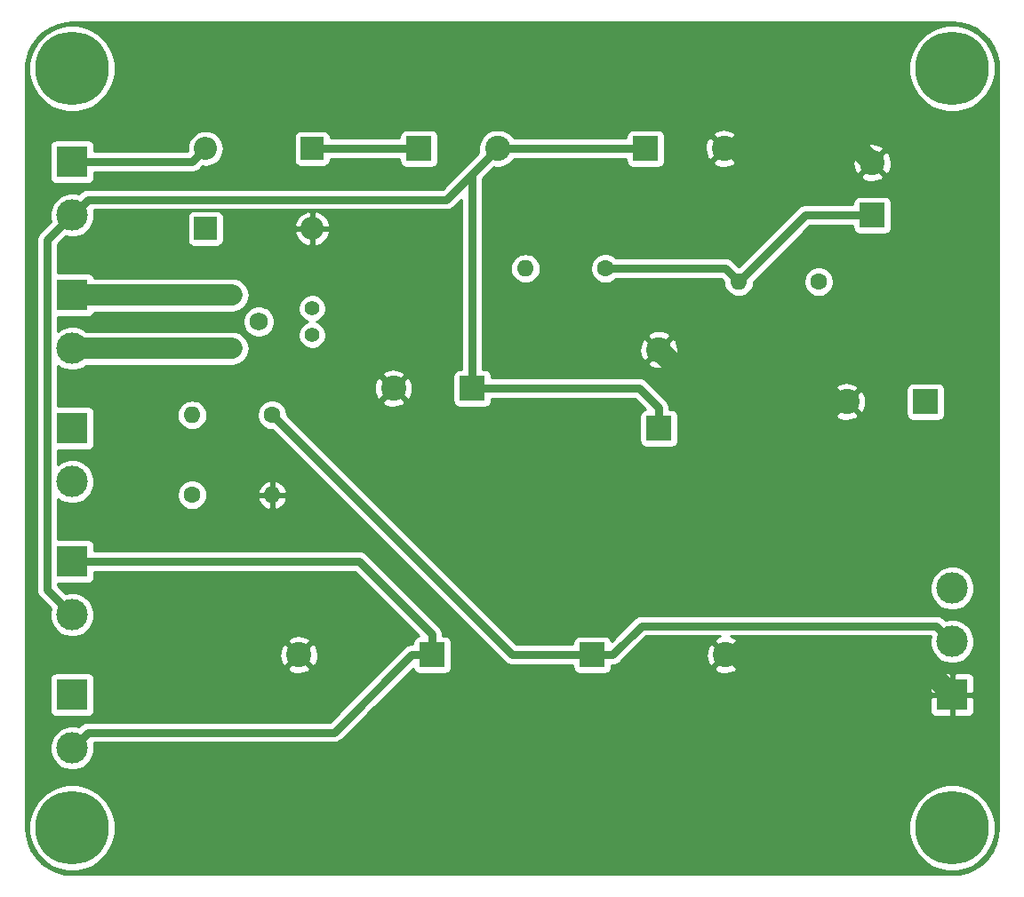
<source format=gbr>
G04 #@! TF.GenerationSoftware,KiCad,Pcbnew,(5.1.4-0-10_14)*
G04 #@! TF.CreationDate,2019-09-24T11:38:50-07:00*
G04 #@! TF.ProjectId,STPre6080PSU,53545072-6536-4303-9830-5053552e6b69,1.0*
G04 #@! TF.SameCoordinates,Original*
G04 #@! TF.FileFunction,Copper,L1,Top*
G04 #@! TF.FilePolarity,Positive*
%FSLAX46Y46*%
G04 Gerber Fmt 4.6, Leading zero omitted, Abs format (unit mm)*
G04 Created by KiCad (PCBNEW (5.1.4-0-10_14)) date 2019-09-24 11:38:50*
%MOMM*%
%LPD*%
G04 APERTURE LIST*
%ADD10C,1.400000*%
%ADD11C,7.000000*%
%ADD12R,2.400000X2.400000*%
%ADD13C,2.400000*%
%ADD14R,2.200000X2.200000*%
%ADD15O,2.200000X2.200000*%
%ADD16R,3.000000X3.000000*%
%ADD17C,3.000000*%
%ADD18C,1.600000*%
%ADD19O,1.600000X1.600000*%
%ADD20C,1.750000*%
%ADD21C,0.750000*%
%ADD22C,2.000000*%
%ADD23C,0.254000*%
G04 APERTURE END LIST*
D10*
X119380000Y-87630000D03*
X119380000Y-85090000D03*
D11*
X180340000Y-62230000D03*
X180340000Y-134620000D03*
X96520000Y-134620000D03*
X96520000Y-62230000D03*
D12*
X129540000Y-69850000D03*
D13*
X137040000Y-69850000D03*
X158630000Y-69850000D03*
D12*
X151130000Y-69850000D03*
D13*
X127120000Y-92710000D03*
D12*
X134620000Y-92710000D03*
X172720000Y-76200000D03*
D13*
X172720000Y-71200000D03*
D12*
X152400000Y-96520000D03*
D13*
X152400000Y-89020000D03*
D12*
X177800000Y-93980000D03*
D13*
X170300000Y-93980000D03*
D12*
X130810000Y-118110000D03*
D13*
X118110000Y-118110000D03*
X158750000Y-118110000D03*
D12*
X146050000Y-118110000D03*
D14*
X119380000Y-69850000D03*
D15*
X109220000Y-69850000D03*
X119380000Y-77470000D03*
D14*
X109220000Y-77470000D03*
D16*
X96520000Y-71120000D03*
D17*
X96520000Y-76200000D03*
X96520000Y-88900000D03*
D16*
X96520000Y-83820000D03*
X96520000Y-96520000D03*
D17*
X96520000Y-101600000D03*
D16*
X180340000Y-121920000D03*
D17*
X180340000Y-116840000D03*
X180340000Y-111760000D03*
D16*
X96520000Y-109220000D03*
D17*
X96520000Y-114300000D03*
X96520000Y-127000000D03*
D16*
X96520000Y-121920000D03*
D18*
X115570000Y-95250000D03*
D19*
X107950000Y-95250000D03*
X115570000Y-102870000D03*
D18*
X107950000Y-102870000D03*
X147320000Y-81280000D03*
D19*
X139700000Y-81280000D03*
X160020000Y-82550000D03*
D18*
X167640000Y-82550000D03*
D20*
X111760000Y-88900000D03*
X114300000Y-86360000D03*
X111760000Y-83820000D03*
D21*
X135840001Y-71049999D02*
X137040000Y-69850000D01*
X132189999Y-74700001D02*
X135840001Y-71049999D01*
X98019999Y-74700001D02*
X132189999Y-74700001D01*
X96520000Y-76200000D02*
X98019999Y-74700001D01*
X137040000Y-69850000D02*
X151130000Y-69850000D01*
X152400000Y-94570000D02*
X152400000Y-96520000D01*
X150540000Y-92710000D02*
X152400000Y-94570000D01*
X134620000Y-92710000D02*
X150540000Y-92710000D01*
X134620000Y-72270000D02*
X137040000Y-69850000D01*
X134620000Y-92710000D02*
X134620000Y-72270000D01*
X95020001Y-77699999D02*
X96520000Y-76200000D01*
X94144999Y-111924999D02*
X94144999Y-78575001D01*
X94144999Y-78575001D02*
X95020001Y-77699999D01*
X96520000Y-114300000D02*
X94144999Y-111924999D01*
D22*
X171370000Y-69850000D02*
X172720000Y-71200000D01*
X158630000Y-69850000D02*
X171370000Y-69850000D01*
X176530000Y-118110000D02*
X180340000Y-121920000D01*
X158750000Y-118110000D02*
X176530000Y-118110000D01*
X157360000Y-93980000D02*
X152400000Y-89020000D01*
X170300000Y-93980000D02*
X157360000Y-93980000D01*
D21*
X178840001Y-115340001D02*
X180340000Y-116840000D01*
X150769999Y-115340001D02*
X178840001Y-115340001D01*
X148000000Y-118110000D02*
X150769999Y-115340001D01*
X146050000Y-118110000D02*
X148000000Y-118110000D01*
X138430000Y-118110000D02*
X115570000Y-95250000D01*
X146050000Y-118110000D02*
X138430000Y-118110000D01*
X107950000Y-71120000D02*
X109220000Y-69850000D01*
X96520000Y-71120000D02*
X107950000Y-71120000D01*
D22*
X96520000Y-88900000D02*
X111760000Y-88900000D01*
X96520000Y-83820000D02*
X111760000Y-83820000D01*
D21*
X119380000Y-69850000D02*
X129540000Y-69850000D01*
X121469999Y-125500001D02*
X128860000Y-118110000D01*
X128860000Y-118110000D02*
X130810000Y-118110000D01*
X98019999Y-125500001D02*
X121469999Y-125500001D01*
X96520000Y-127000000D02*
X98019999Y-125500001D01*
X130810000Y-116160000D02*
X130810000Y-118110000D01*
X123870000Y-109220000D02*
X130810000Y-116160000D01*
X96520000Y-109220000D02*
X123870000Y-109220000D01*
X158750000Y-81280000D02*
X160020000Y-82550000D01*
X147320000Y-81280000D02*
X158750000Y-81280000D01*
X166370000Y-76200000D02*
X172720000Y-76200000D01*
X160020000Y-82550000D02*
X166370000Y-76200000D01*
D23*
G36*
X181122249Y-57882437D02*
G01*
X181879774Y-58089672D01*
X182588625Y-58427777D01*
X183226404Y-58886067D01*
X183772946Y-59450055D01*
X184210977Y-60101913D01*
X184526651Y-60821038D01*
X184711206Y-61589768D01*
X184760000Y-62254207D01*
X184760001Y-134590597D01*
X184687563Y-135402249D01*
X184480328Y-136159774D01*
X184142221Y-136868627D01*
X183683928Y-137506410D01*
X183119945Y-138052946D01*
X182468085Y-138490978D01*
X181748963Y-138806651D01*
X180980232Y-138991206D01*
X180315792Y-139040000D01*
X96549392Y-139040000D01*
X95737751Y-138967563D01*
X94980226Y-138760328D01*
X94271373Y-138422221D01*
X93633590Y-137963928D01*
X93087054Y-137399945D01*
X92649022Y-136748085D01*
X92333349Y-136028963D01*
X92148794Y-135260232D01*
X92100000Y-134595792D01*
X92100000Y-134212738D01*
X92385000Y-134212738D01*
X92385000Y-135027262D01*
X92543906Y-135826135D01*
X92855611Y-136578657D01*
X93308136Y-137255909D01*
X93884091Y-137831864D01*
X94561343Y-138284389D01*
X95313865Y-138596094D01*
X96112738Y-138755000D01*
X96927262Y-138755000D01*
X97726135Y-138596094D01*
X98478657Y-138284389D01*
X99155909Y-137831864D01*
X99731864Y-137255909D01*
X100184389Y-136578657D01*
X100496094Y-135826135D01*
X100655000Y-135027262D01*
X100655000Y-134212738D01*
X176205000Y-134212738D01*
X176205000Y-135027262D01*
X176363906Y-135826135D01*
X176675611Y-136578657D01*
X177128136Y-137255909D01*
X177704091Y-137831864D01*
X178381343Y-138284389D01*
X179133865Y-138596094D01*
X179932738Y-138755000D01*
X180747262Y-138755000D01*
X181546135Y-138596094D01*
X182298657Y-138284389D01*
X182975909Y-137831864D01*
X183551864Y-137255909D01*
X184004389Y-136578657D01*
X184316094Y-135826135D01*
X184475000Y-135027262D01*
X184475000Y-134212738D01*
X184316094Y-133413865D01*
X184004389Y-132661343D01*
X183551864Y-131984091D01*
X182975909Y-131408136D01*
X182298657Y-130955611D01*
X181546135Y-130643906D01*
X180747262Y-130485000D01*
X179932738Y-130485000D01*
X179133865Y-130643906D01*
X178381343Y-130955611D01*
X177704091Y-131408136D01*
X177128136Y-131984091D01*
X176675611Y-132661343D01*
X176363906Y-133413865D01*
X176205000Y-134212738D01*
X100655000Y-134212738D01*
X100496094Y-133413865D01*
X100184389Y-132661343D01*
X99731864Y-131984091D01*
X99155909Y-131408136D01*
X98478657Y-130955611D01*
X97726135Y-130643906D01*
X96927262Y-130485000D01*
X96112738Y-130485000D01*
X95313865Y-130643906D01*
X94561343Y-130955611D01*
X93884091Y-131408136D01*
X93308136Y-131984091D01*
X92855611Y-132661343D01*
X92543906Y-133413865D01*
X92385000Y-134212738D01*
X92100000Y-134212738D01*
X92100000Y-120420000D01*
X94381928Y-120420000D01*
X94381928Y-123420000D01*
X94394188Y-123544482D01*
X94430498Y-123664180D01*
X94489463Y-123774494D01*
X94568815Y-123871185D01*
X94665506Y-123950537D01*
X94775820Y-124009502D01*
X94895518Y-124045812D01*
X95020000Y-124058072D01*
X98020000Y-124058072D01*
X98144482Y-124045812D01*
X98264180Y-124009502D01*
X98374494Y-123950537D01*
X98471185Y-123871185D01*
X98550537Y-123774494D01*
X98609502Y-123664180D01*
X98645812Y-123544482D01*
X98658072Y-123420000D01*
X98658072Y-120420000D01*
X98645812Y-120295518D01*
X98609502Y-120175820D01*
X98550537Y-120065506D01*
X98471185Y-119968815D01*
X98374494Y-119889463D01*
X98264180Y-119830498D01*
X98144482Y-119794188D01*
X98020000Y-119781928D01*
X95020000Y-119781928D01*
X94895518Y-119794188D01*
X94775820Y-119830498D01*
X94665506Y-119889463D01*
X94568815Y-119968815D01*
X94489463Y-120065506D01*
X94430498Y-120175820D01*
X94394188Y-120295518D01*
X94381928Y-120420000D01*
X92100000Y-120420000D01*
X92100000Y-119387980D01*
X117011626Y-119387980D01*
X117131514Y-119672836D01*
X117455210Y-119833699D01*
X117804069Y-119928322D01*
X118164684Y-119953067D01*
X118523198Y-119906985D01*
X118865833Y-119791846D01*
X119088486Y-119672836D01*
X119208374Y-119387980D01*
X118110000Y-118289605D01*
X117011626Y-119387980D01*
X92100000Y-119387980D01*
X92100000Y-118164684D01*
X116266933Y-118164684D01*
X116313015Y-118523198D01*
X116428154Y-118865833D01*
X116547164Y-119088486D01*
X116832020Y-119208374D01*
X117930395Y-118110000D01*
X118289605Y-118110000D01*
X119387980Y-119208374D01*
X119672836Y-119088486D01*
X119833699Y-118764790D01*
X119928322Y-118415931D01*
X119953067Y-118055316D01*
X119906985Y-117696802D01*
X119791846Y-117354167D01*
X119672836Y-117131514D01*
X119387980Y-117011626D01*
X118289605Y-118110000D01*
X117930395Y-118110000D01*
X116832020Y-117011626D01*
X116547164Y-117131514D01*
X116386301Y-117455210D01*
X116291678Y-117804069D01*
X116266933Y-118164684D01*
X92100000Y-118164684D01*
X92100000Y-116832020D01*
X117011626Y-116832020D01*
X118110000Y-117930395D01*
X119208374Y-116832020D01*
X119088486Y-116547164D01*
X118764790Y-116386301D01*
X118415931Y-116291678D01*
X118055316Y-116266933D01*
X117696802Y-116313015D01*
X117354167Y-116428154D01*
X117131514Y-116547164D01*
X117011626Y-116832020D01*
X92100000Y-116832020D01*
X92100000Y-78575001D01*
X93130113Y-78575001D01*
X93135000Y-78624619D01*
X93134999Y-111875391D01*
X93130113Y-111924999D01*
X93134999Y-111974606D01*
X93149614Y-112122992D01*
X93207367Y-112313378D01*
X93301152Y-112488839D01*
X93427366Y-112642632D01*
X93465905Y-112674260D01*
X94467586Y-113675942D01*
X94467047Y-113677244D01*
X94385000Y-114089721D01*
X94385000Y-114510279D01*
X94467047Y-114922756D01*
X94627988Y-115311302D01*
X94861637Y-115660983D01*
X95159017Y-115958363D01*
X95508698Y-116192012D01*
X95897244Y-116352953D01*
X96309721Y-116435000D01*
X96730279Y-116435000D01*
X97142756Y-116352953D01*
X97531302Y-116192012D01*
X97880983Y-115958363D01*
X98178363Y-115660983D01*
X98412012Y-115311302D01*
X98572953Y-114922756D01*
X98655000Y-114510279D01*
X98655000Y-114089721D01*
X98572953Y-113677244D01*
X98412012Y-113288698D01*
X98178363Y-112939017D01*
X97880983Y-112641637D01*
X97531302Y-112407988D01*
X97142756Y-112247047D01*
X96730279Y-112165000D01*
X96309721Y-112165000D01*
X95897244Y-112247047D01*
X95895942Y-112247586D01*
X95154999Y-111506644D01*
X95154999Y-111358072D01*
X98020000Y-111358072D01*
X98144482Y-111345812D01*
X98264180Y-111309502D01*
X98374494Y-111250537D01*
X98471185Y-111171185D01*
X98550537Y-111074494D01*
X98609502Y-110964180D01*
X98645812Y-110844482D01*
X98658072Y-110720000D01*
X98658072Y-110230000D01*
X123451645Y-110230000D01*
X129504012Y-116282367D01*
X129485518Y-116284188D01*
X129365820Y-116320498D01*
X129255506Y-116379463D01*
X129158815Y-116458815D01*
X129079463Y-116555506D01*
X129020498Y-116665820D01*
X128984188Y-116785518D01*
X128971928Y-116910000D01*
X128971928Y-117100000D01*
X128909608Y-117100000D01*
X128860000Y-117095114D01*
X128662005Y-117114615D01*
X128471620Y-117172368D01*
X128296160Y-117266153D01*
X128142367Y-117392367D01*
X128110744Y-117430900D01*
X121051644Y-124490001D01*
X98069607Y-124490001D01*
X98019999Y-124485115D01*
X97822004Y-124504616D01*
X97631619Y-124562369D01*
X97456159Y-124656154D01*
X97302366Y-124782368D01*
X97270743Y-124820902D01*
X97144058Y-124947586D01*
X97142756Y-124947047D01*
X96730279Y-124865000D01*
X96309721Y-124865000D01*
X95897244Y-124947047D01*
X95508698Y-125107988D01*
X95159017Y-125341637D01*
X94861637Y-125639017D01*
X94627988Y-125988698D01*
X94467047Y-126377244D01*
X94385000Y-126789721D01*
X94385000Y-127210279D01*
X94467047Y-127622756D01*
X94627988Y-128011302D01*
X94861637Y-128360983D01*
X95159017Y-128658363D01*
X95508698Y-128892012D01*
X95897244Y-129052953D01*
X96309721Y-129135000D01*
X96730279Y-129135000D01*
X97142756Y-129052953D01*
X97531302Y-128892012D01*
X97880983Y-128658363D01*
X98178363Y-128360983D01*
X98412012Y-128011302D01*
X98572953Y-127622756D01*
X98655000Y-127210279D01*
X98655000Y-126789721D01*
X98599360Y-126510001D01*
X121420391Y-126510001D01*
X121469999Y-126514887D01*
X121667993Y-126495386D01*
X121858379Y-126437633D01*
X122033839Y-126343848D01*
X122187632Y-126217634D01*
X122219260Y-126179095D01*
X124978355Y-123420000D01*
X178201928Y-123420000D01*
X178214188Y-123544482D01*
X178250498Y-123664180D01*
X178309463Y-123774494D01*
X178388815Y-123871185D01*
X178485506Y-123950537D01*
X178595820Y-124009502D01*
X178715518Y-124045812D01*
X178840000Y-124058072D01*
X180054250Y-124055000D01*
X180213000Y-123896250D01*
X180213000Y-122047000D01*
X180467000Y-122047000D01*
X180467000Y-123896250D01*
X180625750Y-124055000D01*
X181840000Y-124058072D01*
X181964482Y-124045812D01*
X182084180Y-124009502D01*
X182194494Y-123950537D01*
X182291185Y-123871185D01*
X182370537Y-123774494D01*
X182429502Y-123664180D01*
X182465812Y-123544482D01*
X182478072Y-123420000D01*
X182475000Y-122205750D01*
X182316250Y-122047000D01*
X180467000Y-122047000D01*
X180213000Y-122047000D01*
X178363750Y-122047000D01*
X178205000Y-122205750D01*
X178201928Y-123420000D01*
X124978355Y-123420000D01*
X127978355Y-120420000D01*
X178201928Y-120420000D01*
X178205000Y-121634250D01*
X178363750Y-121793000D01*
X180213000Y-121793000D01*
X180213000Y-119943750D01*
X180467000Y-119943750D01*
X180467000Y-121793000D01*
X182316250Y-121793000D01*
X182475000Y-121634250D01*
X182478072Y-120420000D01*
X182465812Y-120295518D01*
X182429502Y-120175820D01*
X182370537Y-120065506D01*
X182291185Y-119968815D01*
X182194494Y-119889463D01*
X182084180Y-119830498D01*
X181964482Y-119794188D01*
X181840000Y-119781928D01*
X180625750Y-119785000D01*
X180467000Y-119943750D01*
X180213000Y-119943750D01*
X180054250Y-119785000D01*
X178840000Y-119781928D01*
X178715518Y-119794188D01*
X178595820Y-119830498D01*
X178485506Y-119889463D01*
X178388815Y-119968815D01*
X178309463Y-120065506D01*
X178250498Y-120175820D01*
X178214188Y-120295518D01*
X178201928Y-120420000D01*
X127978355Y-120420000D01*
X128982367Y-119415989D01*
X128984188Y-119434482D01*
X129020498Y-119554180D01*
X129079463Y-119664494D01*
X129158815Y-119761185D01*
X129255506Y-119840537D01*
X129365820Y-119899502D01*
X129485518Y-119935812D01*
X129610000Y-119948072D01*
X132010000Y-119948072D01*
X132134482Y-119935812D01*
X132254180Y-119899502D01*
X132364494Y-119840537D01*
X132461185Y-119761185D01*
X132540537Y-119664494D01*
X132599502Y-119554180D01*
X132635812Y-119434482D01*
X132648072Y-119310000D01*
X132648072Y-116910000D01*
X132635812Y-116785518D01*
X132599502Y-116665820D01*
X132540537Y-116555506D01*
X132461185Y-116458815D01*
X132364494Y-116379463D01*
X132254180Y-116320498D01*
X132134482Y-116284188D01*
X132010000Y-116271928D01*
X131820000Y-116271928D01*
X131820000Y-116209604D01*
X131824886Y-116159999D01*
X131820000Y-116110392D01*
X131805385Y-115962006D01*
X131747632Y-115771620D01*
X131653847Y-115596160D01*
X131527633Y-115442367D01*
X131489094Y-115410739D01*
X124619261Y-108540906D01*
X124587633Y-108502367D01*
X124433840Y-108376153D01*
X124258380Y-108282368D01*
X124067994Y-108224615D01*
X123919608Y-108210000D01*
X123870000Y-108205114D01*
X123820392Y-108210000D01*
X98658072Y-108210000D01*
X98658072Y-107720000D01*
X98645812Y-107595518D01*
X98609502Y-107475820D01*
X98550537Y-107365506D01*
X98471185Y-107268815D01*
X98374494Y-107189463D01*
X98264180Y-107130498D01*
X98144482Y-107094188D01*
X98020000Y-107081928D01*
X95154999Y-107081928D01*
X95154999Y-103254345D01*
X95159017Y-103258363D01*
X95508698Y-103492012D01*
X95897244Y-103652953D01*
X96309721Y-103735000D01*
X96730279Y-103735000D01*
X97142756Y-103652953D01*
X97531302Y-103492012D01*
X97880983Y-103258363D01*
X98178363Y-102960983D01*
X98333592Y-102728665D01*
X106515000Y-102728665D01*
X106515000Y-103011335D01*
X106570147Y-103288574D01*
X106678320Y-103549727D01*
X106835363Y-103784759D01*
X107035241Y-103984637D01*
X107270273Y-104141680D01*
X107531426Y-104249853D01*
X107808665Y-104305000D01*
X108091335Y-104305000D01*
X108368574Y-104249853D01*
X108629727Y-104141680D01*
X108864759Y-103984637D01*
X109064637Y-103784759D01*
X109221680Y-103549727D01*
X109329853Y-103288574D01*
X109343684Y-103219039D01*
X114178096Y-103219039D01*
X114218754Y-103353087D01*
X114338963Y-103607420D01*
X114506481Y-103833414D01*
X114714869Y-104022385D01*
X114956119Y-104167070D01*
X115220960Y-104261909D01*
X115443000Y-104140624D01*
X115443000Y-102997000D01*
X115697000Y-102997000D01*
X115697000Y-104140624D01*
X115919040Y-104261909D01*
X116183881Y-104167070D01*
X116425131Y-104022385D01*
X116633519Y-103833414D01*
X116801037Y-103607420D01*
X116921246Y-103353087D01*
X116961904Y-103219039D01*
X116839915Y-102997000D01*
X115697000Y-102997000D01*
X115443000Y-102997000D01*
X114300085Y-102997000D01*
X114178096Y-103219039D01*
X109343684Y-103219039D01*
X109385000Y-103011335D01*
X109385000Y-102728665D01*
X109343685Y-102520961D01*
X114178096Y-102520961D01*
X114300085Y-102743000D01*
X115443000Y-102743000D01*
X115443000Y-101599376D01*
X115697000Y-101599376D01*
X115697000Y-102743000D01*
X116839915Y-102743000D01*
X116961904Y-102520961D01*
X116921246Y-102386913D01*
X116801037Y-102132580D01*
X116633519Y-101906586D01*
X116425131Y-101717615D01*
X116183881Y-101572930D01*
X115919040Y-101478091D01*
X115697000Y-101599376D01*
X115443000Y-101599376D01*
X115220960Y-101478091D01*
X114956119Y-101572930D01*
X114714869Y-101717615D01*
X114506481Y-101906586D01*
X114338963Y-102132580D01*
X114218754Y-102386913D01*
X114178096Y-102520961D01*
X109343685Y-102520961D01*
X109329853Y-102451426D01*
X109221680Y-102190273D01*
X109064637Y-101955241D01*
X108864759Y-101755363D01*
X108629727Y-101598320D01*
X108368574Y-101490147D01*
X108091335Y-101435000D01*
X107808665Y-101435000D01*
X107531426Y-101490147D01*
X107270273Y-101598320D01*
X107035241Y-101755363D01*
X106835363Y-101955241D01*
X106678320Y-102190273D01*
X106570147Y-102451426D01*
X106515000Y-102728665D01*
X98333592Y-102728665D01*
X98412012Y-102611302D01*
X98572953Y-102222756D01*
X98655000Y-101810279D01*
X98655000Y-101389721D01*
X98572953Y-100977244D01*
X98412012Y-100588698D01*
X98178363Y-100239017D01*
X97880983Y-99941637D01*
X97531302Y-99707988D01*
X97142756Y-99547047D01*
X96730279Y-99465000D01*
X96309721Y-99465000D01*
X95897244Y-99547047D01*
X95508698Y-99707988D01*
X95159017Y-99941637D01*
X95154999Y-99945655D01*
X95154999Y-98658072D01*
X98020000Y-98658072D01*
X98144482Y-98645812D01*
X98264180Y-98609502D01*
X98374494Y-98550537D01*
X98471185Y-98471185D01*
X98550537Y-98374494D01*
X98609502Y-98264180D01*
X98645812Y-98144482D01*
X98658072Y-98020000D01*
X98658072Y-95250000D01*
X106508057Y-95250000D01*
X106535764Y-95531309D01*
X106617818Y-95801808D01*
X106751068Y-96051101D01*
X106930392Y-96269608D01*
X107148899Y-96448932D01*
X107398192Y-96582182D01*
X107668691Y-96664236D01*
X107879508Y-96685000D01*
X108020492Y-96685000D01*
X108231309Y-96664236D01*
X108501808Y-96582182D01*
X108751101Y-96448932D01*
X108969608Y-96269608D01*
X109148932Y-96051101D01*
X109282182Y-95801808D01*
X109364236Y-95531309D01*
X109391943Y-95250000D01*
X109378023Y-95108665D01*
X114135000Y-95108665D01*
X114135000Y-95391335D01*
X114190147Y-95668574D01*
X114298320Y-95929727D01*
X114455363Y-96164759D01*
X114655241Y-96364637D01*
X114890273Y-96521680D01*
X115151426Y-96629853D01*
X115428665Y-96685000D01*
X115576645Y-96685000D01*
X137680739Y-118789094D01*
X137712367Y-118827633D01*
X137866160Y-118953847D01*
X138041620Y-119047632D01*
X138232006Y-119105385D01*
X138380392Y-119120000D01*
X138380394Y-119120000D01*
X138429999Y-119124886D01*
X138479604Y-119120000D01*
X144211928Y-119120000D01*
X144211928Y-119310000D01*
X144224188Y-119434482D01*
X144260498Y-119554180D01*
X144319463Y-119664494D01*
X144398815Y-119761185D01*
X144495506Y-119840537D01*
X144605820Y-119899502D01*
X144725518Y-119935812D01*
X144850000Y-119948072D01*
X147250000Y-119948072D01*
X147374482Y-119935812D01*
X147494180Y-119899502D01*
X147604494Y-119840537D01*
X147701185Y-119761185D01*
X147780537Y-119664494D01*
X147839502Y-119554180D01*
X147875812Y-119434482D01*
X147880391Y-119387980D01*
X157651626Y-119387980D01*
X157771514Y-119672836D01*
X158095210Y-119833699D01*
X158444069Y-119928322D01*
X158804684Y-119953067D01*
X159163198Y-119906985D01*
X159505833Y-119791846D01*
X159728486Y-119672836D01*
X159848374Y-119387980D01*
X158750000Y-118289605D01*
X157651626Y-119387980D01*
X147880391Y-119387980D01*
X147888072Y-119310000D01*
X147888072Y-119120000D01*
X147950392Y-119120000D01*
X148000000Y-119124886D01*
X148197994Y-119105385D01*
X148197997Y-119105384D01*
X148388380Y-119047632D01*
X148563840Y-118953847D01*
X148717633Y-118827633D01*
X148749261Y-118789094D01*
X149373671Y-118164684D01*
X156906933Y-118164684D01*
X156953015Y-118523198D01*
X157068154Y-118865833D01*
X157187164Y-119088486D01*
X157472020Y-119208374D01*
X158570395Y-118110000D01*
X158929605Y-118110000D01*
X160027980Y-119208374D01*
X160312836Y-119088486D01*
X160473699Y-118764790D01*
X160568322Y-118415931D01*
X160593067Y-118055316D01*
X160546985Y-117696802D01*
X160431846Y-117354167D01*
X160312836Y-117131514D01*
X160027980Y-117011626D01*
X158929605Y-118110000D01*
X158570395Y-118110000D01*
X157472020Y-117011626D01*
X157187164Y-117131514D01*
X157026301Y-117455210D01*
X156931678Y-117804069D01*
X156906933Y-118164684D01*
X149373671Y-118164684D01*
X151188354Y-116350001D01*
X158226738Y-116350001D01*
X157994167Y-116428154D01*
X157771514Y-116547164D01*
X157651626Y-116832020D01*
X158750000Y-117930395D01*
X159848374Y-116832020D01*
X159728486Y-116547164D01*
X159404790Y-116386301D01*
X159270958Y-116350001D01*
X178260640Y-116350001D01*
X178205000Y-116629721D01*
X178205000Y-117050279D01*
X178287047Y-117462756D01*
X178447988Y-117851302D01*
X178681637Y-118200983D01*
X178979017Y-118498363D01*
X179328698Y-118732012D01*
X179717244Y-118892953D01*
X180129721Y-118975000D01*
X180550279Y-118975000D01*
X180962756Y-118892953D01*
X181351302Y-118732012D01*
X181700983Y-118498363D01*
X181998363Y-118200983D01*
X182232012Y-117851302D01*
X182392953Y-117462756D01*
X182475000Y-117050279D01*
X182475000Y-116629721D01*
X182392953Y-116217244D01*
X182232012Y-115828698D01*
X181998363Y-115479017D01*
X181700983Y-115181637D01*
X181351302Y-114947988D01*
X180962756Y-114787047D01*
X180550279Y-114705000D01*
X180129721Y-114705000D01*
X179717244Y-114787047D01*
X179715942Y-114787586D01*
X179589262Y-114660907D01*
X179557634Y-114622368D01*
X179403841Y-114496154D01*
X179228381Y-114402369D01*
X179037995Y-114344616D01*
X178889609Y-114330001D01*
X178840001Y-114325115D01*
X178790393Y-114330001D01*
X150819603Y-114330001D01*
X150769998Y-114325115D01*
X150720393Y-114330001D01*
X150720391Y-114330001D01*
X150572005Y-114344616D01*
X150381619Y-114402369D01*
X150206159Y-114496154D01*
X150052366Y-114622368D01*
X150020738Y-114660907D01*
X147877633Y-116804012D01*
X147875812Y-116785518D01*
X147839502Y-116665820D01*
X147780537Y-116555506D01*
X147701185Y-116458815D01*
X147604494Y-116379463D01*
X147494180Y-116320498D01*
X147374482Y-116284188D01*
X147250000Y-116271928D01*
X144850000Y-116271928D01*
X144725518Y-116284188D01*
X144605820Y-116320498D01*
X144495506Y-116379463D01*
X144398815Y-116458815D01*
X144319463Y-116555506D01*
X144260498Y-116665820D01*
X144224188Y-116785518D01*
X144211928Y-116910000D01*
X144211928Y-117100000D01*
X138848355Y-117100000D01*
X133298076Y-111549721D01*
X178205000Y-111549721D01*
X178205000Y-111970279D01*
X178287047Y-112382756D01*
X178447988Y-112771302D01*
X178681637Y-113120983D01*
X178979017Y-113418363D01*
X179328698Y-113652012D01*
X179717244Y-113812953D01*
X180129721Y-113895000D01*
X180550279Y-113895000D01*
X180962756Y-113812953D01*
X181351302Y-113652012D01*
X181700983Y-113418363D01*
X181998363Y-113120983D01*
X182232012Y-112771302D01*
X182392953Y-112382756D01*
X182475000Y-111970279D01*
X182475000Y-111549721D01*
X182392953Y-111137244D01*
X182232012Y-110748698D01*
X181998363Y-110399017D01*
X181700983Y-110101637D01*
X181351302Y-109867988D01*
X180962756Y-109707047D01*
X180550279Y-109625000D01*
X180129721Y-109625000D01*
X179717244Y-109707047D01*
X179328698Y-109867988D01*
X178979017Y-110101637D01*
X178681637Y-110399017D01*
X178447988Y-110748698D01*
X178287047Y-111137244D01*
X178205000Y-111549721D01*
X133298076Y-111549721D01*
X117005000Y-95256645D01*
X117005000Y-95108665D01*
X116949853Y-94831426D01*
X116841680Y-94570273D01*
X116684637Y-94335241D01*
X116484759Y-94135363D01*
X116264185Y-93987980D01*
X126021626Y-93987980D01*
X126141514Y-94272836D01*
X126465210Y-94433699D01*
X126814069Y-94528322D01*
X127174684Y-94553067D01*
X127533198Y-94506985D01*
X127875833Y-94391846D01*
X128098486Y-94272836D01*
X128218374Y-93987980D01*
X127120000Y-92889605D01*
X126021626Y-93987980D01*
X116264185Y-93987980D01*
X116249727Y-93978320D01*
X115988574Y-93870147D01*
X115711335Y-93815000D01*
X115428665Y-93815000D01*
X115151426Y-93870147D01*
X114890273Y-93978320D01*
X114655241Y-94135363D01*
X114455363Y-94335241D01*
X114298320Y-94570273D01*
X114190147Y-94831426D01*
X114135000Y-95108665D01*
X109378023Y-95108665D01*
X109364236Y-94968691D01*
X109282182Y-94698192D01*
X109148932Y-94448899D01*
X108969608Y-94230392D01*
X108751101Y-94051068D01*
X108501808Y-93917818D01*
X108231309Y-93835764D01*
X108020492Y-93815000D01*
X107879508Y-93815000D01*
X107668691Y-93835764D01*
X107398192Y-93917818D01*
X107148899Y-94051068D01*
X106930392Y-94230392D01*
X106751068Y-94448899D01*
X106617818Y-94698192D01*
X106535764Y-94968691D01*
X106508057Y-95250000D01*
X98658072Y-95250000D01*
X98658072Y-95020000D01*
X98645812Y-94895518D01*
X98609502Y-94775820D01*
X98550537Y-94665506D01*
X98471185Y-94568815D01*
X98374494Y-94489463D01*
X98264180Y-94430498D01*
X98144482Y-94394188D01*
X98020000Y-94381928D01*
X95154999Y-94381928D01*
X95154999Y-92764684D01*
X125276933Y-92764684D01*
X125323015Y-93123198D01*
X125438154Y-93465833D01*
X125557164Y-93688486D01*
X125842020Y-93808374D01*
X126940395Y-92710000D01*
X127299605Y-92710000D01*
X128397980Y-93808374D01*
X128682836Y-93688486D01*
X128843699Y-93364790D01*
X128938322Y-93015931D01*
X128963067Y-92655316D01*
X128916985Y-92296802D01*
X128801846Y-91954167D01*
X128682836Y-91731514D01*
X128397980Y-91611626D01*
X127299605Y-92710000D01*
X126940395Y-92710000D01*
X125842020Y-91611626D01*
X125557164Y-91731514D01*
X125396301Y-92055210D01*
X125301678Y-92404069D01*
X125276933Y-92764684D01*
X95154999Y-92764684D01*
X95154999Y-91432020D01*
X126021626Y-91432020D01*
X127120000Y-92530395D01*
X128218374Y-91432020D01*
X128098486Y-91147164D01*
X127774790Y-90986301D01*
X127425931Y-90891678D01*
X127065316Y-90866933D01*
X126706802Y-90913015D01*
X126364167Y-91028154D01*
X126141514Y-91147164D01*
X126021626Y-91432020D01*
X95154999Y-91432020D01*
X95154999Y-90554345D01*
X95159017Y-90558363D01*
X95508698Y-90792012D01*
X95897244Y-90952953D01*
X96309721Y-91035000D01*
X96730279Y-91035000D01*
X97142756Y-90952953D01*
X97531302Y-90792012D01*
X97880983Y-90558363D01*
X97904346Y-90535000D01*
X111840322Y-90535000D01*
X112080516Y-90511343D01*
X112388715Y-90417852D01*
X112672752Y-90266031D01*
X112921714Y-90061714D01*
X113126031Y-89812752D01*
X113277852Y-89528715D01*
X113371343Y-89220516D01*
X113402911Y-88900000D01*
X113371343Y-88579484D01*
X113277852Y-88271285D01*
X113126031Y-87987248D01*
X112921714Y-87738286D01*
X112672752Y-87533969D01*
X112388715Y-87382148D01*
X112080516Y-87288657D01*
X111840322Y-87265000D01*
X97904346Y-87265000D01*
X97880983Y-87241637D01*
X97531302Y-87007988D01*
X97142756Y-86847047D01*
X96730279Y-86765000D01*
X96309721Y-86765000D01*
X95897244Y-86847047D01*
X95508698Y-87007988D01*
X95159017Y-87241637D01*
X95154999Y-87245655D01*
X95154999Y-86211278D01*
X112790000Y-86211278D01*
X112790000Y-86508722D01*
X112848029Y-86800451D01*
X112961856Y-87075253D01*
X113127107Y-87322569D01*
X113337431Y-87532893D01*
X113584747Y-87698144D01*
X113859549Y-87811971D01*
X114151278Y-87870000D01*
X114448722Y-87870000D01*
X114740451Y-87811971D01*
X115015253Y-87698144D01*
X115262569Y-87532893D01*
X115472893Y-87322569D01*
X115638144Y-87075253D01*
X115751971Y-86800451D01*
X115810000Y-86508722D01*
X115810000Y-86211278D01*
X115751971Y-85919549D01*
X115638144Y-85644747D01*
X115472893Y-85397431D01*
X115262569Y-85187107D01*
X115015253Y-85021856D01*
X114862333Y-84958514D01*
X118045000Y-84958514D01*
X118045000Y-85221486D01*
X118096304Y-85479405D01*
X118196939Y-85722359D01*
X118343038Y-85941013D01*
X118528987Y-86126962D01*
X118747641Y-86273061D01*
X118957530Y-86360000D01*
X118747641Y-86446939D01*
X118528987Y-86593038D01*
X118343038Y-86778987D01*
X118196939Y-86997641D01*
X118096304Y-87240595D01*
X118045000Y-87498514D01*
X118045000Y-87761486D01*
X118096304Y-88019405D01*
X118196939Y-88262359D01*
X118343038Y-88481013D01*
X118528987Y-88666962D01*
X118747641Y-88813061D01*
X118990595Y-88913696D01*
X119248514Y-88965000D01*
X119511486Y-88965000D01*
X119769405Y-88913696D01*
X120012359Y-88813061D01*
X120231013Y-88666962D01*
X120416962Y-88481013D01*
X120563061Y-88262359D01*
X120663696Y-88019405D01*
X120715000Y-87761486D01*
X120715000Y-87498514D01*
X120663696Y-87240595D01*
X120563061Y-86997641D01*
X120416962Y-86778987D01*
X120231013Y-86593038D01*
X120012359Y-86446939D01*
X119802470Y-86360000D01*
X120012359Y-86273061D01*
X120231013Y-86126962D01*
X120416962Y-85941013D01*
X120563061Y-85722359D01*
X120663696Y-85479405D01*
X120715000Y-85221486D01*
X120715000Y-84958514D01*
X120663696Y-84700595D01*
X120563061Y-84457641D01*
X120416962Y-84238987D01*
X120231013Y-84053038D01*
X120012359Y-83906939D01*
X119769405Y-83806304D01*
X119511486Y-83755000D01*
X119248514Y-83755000D01*
X118990595Y-83806304D01*
X118747641Y-83906939D01*
X118528987Y-84053038D01*
X118343038Y-84238987D01*
X118196939Y-84457641D01*
X118096304Y-84700595D01*
X118045000Y-84958514D01*
X114862333Y-84958514D01*
X114740451Y-84908029D01*
X114448722Y-84850000D01*
X114151278Y-84850000D01*
X113859549Y-84908029D01*
X113584747Y-85021856D01*
X113337431Y-85187107D01*
X113127107Y-85397431D01*
X112961856Y-85644747D01*
X112848029Y-85919549D01*
X112790000Y-86211278D01*
X95154999Y-86211278D01*
X95154999Y-85958072D01*
X98020000Y-85958072D01*
X98144482Y-85945812D01*
X98264180Y-85909502D01*
X98374494Y-85850537D01*
X98471185Y-85771185D01*
X98550537Y-85674494D01*
X98609502Y-85564180D01*
X98642621Y-85455000D01*
X111840322Y-85455000D01*
X112080516Y-85431343D01*
X112388715Y-85337852D01*
X112672752Y-85186031D01*
X112921714Y-84981714D01*
X113126031Y-84732752D01*
X113277852Y-84448715D01*
X113371343Y-84140516D01*
X113402911Y-83820000D01*
X113371343Y-83499484D01*
X113277852Y-83191285D01*
X113126031Y-82907248D01*
X112921714Y-82658286D01*
X112672752Y-82453969D01*
X112388715Y-82302148D01*
X112080516Y-82208657D01*
X111840322Y-82185000D01*
X98642621Y-82185000D01*
X98609502Y-82075820D01*
X98550537Y-81965506D01*
X98471185Y-81868815D01*
X98374494Y-81789463D01*
X98264180Y-81730498D01*
X98144482Y-81694188D01*
X98020000Y-81681928D01*
X95154999Y-81681928D01*
X95154999Y-78993356D01*
X95769257Y-78379099D01*
X95769261Y-78379094D01*
X95895942Y-78252414D01*
X95897244Y-78252953D01*
X96309721Y-78335000D01*
X96730279Y-78335000D01*
X97142756Y-78252953D01*
X97531302Y-78092012D01*
X97880983Y-77858363D01*
X98178363Y-77560983D01*
X98412012Y-77211302D01*
X98572953Y-76822756D01*
X98655000Y-76410279D01*
X98655000Y-76370000D01*
X107481928Y-76370000D01*
X107481928Y-78570000D01*
X107494188Y-78694482D01*
X107530498Y-78814180D01*
X107589463Y-78924494D01*
X107668815Y-79021185D01*
X107765506Y-79100537D01*
X107875820Y-79159502D01*
X107995518Y-79195812D01*
X108120000Y-79208072D01*
X110320000Y-79208072D01*
X110444482Y-79195812D01*
X110564180Y-79159502D01*
X110674494Y-79100537D01*
X110771185Y-79021185D01*
X110850537Y-78924494D01*
X110909502Y-78814180D01*
X110945812Y-78694482D01*
X110958072Y-78570000D01*
X110958072Y-77866122D01*
X117690825Y-77866122D01*
X117755425Y-78079094D01*
X117905469Y-78384329D01*
X118112178Y-78654427D01*
X118367609Y-78879008D01*
X118661946Y-79049442D01*
X118983877Y-79159179D01*
X119253000Y-79041600D01*
X119253000Y-77597000D01*
X119507000Y-77597000D01*
X119507000Y-79041600D01*
X119776123Y-79159179D01*
X120098054Y-79049442D01*
X120392391Y-78879008D01*
X120647822Y-78654427D01*
X120854531Y-78384329D01*
X121004575Y-78079094D01*
X121069175Y-77866122D01*
X120951125Y-77597000D01*
X119507000Y-77597000D01*
X119253000Y-77597000D01*
X117808875Y-77597000D01*
X117690825Y-77866122D01*
X110958072Y-77866122D01*
X110958072Y-77073878D01*
X117690825Y-77073878D01*
X117808875Y-77343000D01*
X119253000Y-77343000D01*
X119253000Y-75898400D01*
X119507000Y-75898400D01*
X119507000Y-77343000D01*
X120951125Y-77343000D01*
X121069175Y-77073878D01*
X121004575Y-76860906D01*
X120854531Y-76555671D01*
X120647822Y-76285573D01*
X120392391Y-76060992D01*
X120098054Y-75890558D01*
X119776123Y-75780821D01*
X119507000Y-75898400D01*
X119253000Y-75898400D01*
X118983877Y-75780821D01*
X118661946Y-75890558D01*
X118367609Y-76060992D01*
X118112178Y-76285573D01*
X117905469Y-76555671D01*
X117755425Y-76860906D01*
X117690825Y-77073878D01*
X110958072Y-77073878D01*
X110958072Y-76370000D01*
X110945812Y-76245518D01*
X110909502Y-76125820D01*
X110850537Y-76015506D01*
X110771185Y-75918815D01*
X110674494Y-75839463D01*
X110564180Y-75780498D01*
X110444482Y-75744188D01*
X110320000Y-75731928D01*
X108120000Y-75731928D01*
X107995518Y-75744188D01*
X107875820Y-75780498D01*
X107765506Y-75839463D01*
X107668815Y-75918815D01*
X107589463Y-76015506D01*
X107530498Y-76125820D01*
X107494188Y-76245518D01*
X107481928Y-76370000D01*
X98655000Y-76370000D01*
X98655000Y-75989721D01*
X98599360Y-75710001D01*
X132140391Y-75710001D01*
X132189999Y-75714887D01*
X132387993Y-75695386D01*
X132578379Y-75637633D01*
X132753839Y-75543848D01*
X132907632Y-75417634D01*
X132939260Y-75379095D01*
X133610001Y-74708354D01*
X133610000Y-90871928D01*
X133420000Y-90871928D01*
X133295518Y-90884188D01*
X133175820Y-90920498D01*
X133065506Y-90979463D01*
X132968815Y-91058815D01*
X132889463Y-91155506D01*
X132830498Y-91265820D01*
X132794188Y-91385518D01*
X132781928Y-91510000D01*
X132781928Y-93910000D01*
X132794188Y-94034482D01*
X132830498Y-94154180D01*
X132889463Y-94264494D01*
X132968815Y-94361185D01*
X133065506Y-94440537D01*
X133175820Y-94499502D01*
X133295518Y-94535812D01*
X133420000Y-94548072D01*
X135820000Y-94548072D01*
X135944482Y-94535812D01*
X136064180Y-94499502D01*
X136174494Y-94440537D01*
X136271185Y-94361185D01*
X136350537Y-94264494D01*
X136409502Y-94154180D01*
X136445812Y-94034482D01*
X136458072Y-93910000D01*
X136458072Y-93720000D01*
X150121645Y-93720000D01*
X151094012Y-94692367D01*
X151075518Y-94694188D01*
X150955820Y-94730498D01*
X150845506Y-94789463D01*
X150748815Y-94868815D01*
X150669463Y-94965506D01*
X150610498Y-95075820D01*
X150574188Y-95195518D01*
X150561928Y-95320000D01*
X150561928Y-97720000D01*
X150574188Y-97844482D01*
X150610498Y-97964180D01*
X150669463Y-98074494D01*
X150748815Y-98171185D01*
X150845506Y-98250537D01*
X150955820Y-98309502D01*
X151075518Y-98345812D01*
X151200000Y-98358072D01*
X153600000Y-98358072D01*
X153724482Y-98345812D01*
X153844180Y-98309502D01*
X153954494Y-98250537D01*
X154051185Y-98171185D01*
X154130537Y-98074494D01*
X154189502Y-97964180D01*
X154225812Y-97844482D01*
X154238072Y-97720000D01*
X154238072Y-95320000D01*
X154231964Y-95257980D01*
X169201626Y-95257980D01*
X169321514Y-95542836D01*
X169645210Y-95703699D01*
X169994069Y-95798322D01*
X170354684Y-95823067D01*
X170713198Y-95776985D01*
X171055833Y-95661846D01*
X171278486Y-95542836D01*
X171398374Y-95257980D01*
X170300000Y-94159605D01*
X169201626Y-95257980D01*
X154231964Y-95257980D01*
X154225812Y-95195518D01*
X154189502Y-95075820D01*
X154130537Y-94965506D01*
X154051185Y-94868815D01*
X153954494Y-94789463D01*
X153844180Y-94730498D01*
X153724482Y-94694188D01*
X153600000Y-94681928D01*
X153410000Y-94681928D01*
X153410000Y-94619604D01*
X153414886Y-94569999D01*
X153410000Y-94520392D01*
X153395385Y-94372006D01*
X153337632Y-94181620D01*
X153259094Y-94034684D01*
X168456933Y-94034684D01*
X168503015Y-94393198D01*
X168618154Y-94735833D01*
X168737164Y-94958486D01*
X169022020Y-95078374D01*
X170120395Y-93980000D01*
X170479605Y-93980000D01*
X171577980Y-95078374D01*
X171862836Y-94958486D01*
X172023699Y-94634790D01*
X172118322Y-94285931D01*
X172143067Y-93925316D01*
X172096985Y-93566802D01*
X171981846Y-93224167D01*
X171862836Y-93001514D01*
X171577980Y-92881626D01*
X170479605Y-93980000D01*
X170120395Y-93980000D01*
X169022020Y-92881626D01*
X168737164Y-93001514D01*
X168576301Y-93325210D01*
X168481678Y-93674069D01*
X168456933Y-94034684D01*
X153259094Y-94034684D01*
X153243847Y-94006160D01*
X153117633Y-93852367D01*
X153079094Y-93820739D01*
X151960375Y-92702020D01*
X169201626Y-92702020D01*
X170300000Y-93800395D01*
X171320394Y-92780000D01*
X175961928Y-92780000D01*
X175961928Y-95180000D01*
X175974188Y-95304482D01*
X176010498Y-95424180D01*
X176069463Y-95534494D01*
X176148815Y-95631185D01*
X176245506Y-95710537D01*
X176355820Y-95769502D01*
X176475518Y-95805812D01*
X176600000Y-95818072D01*
X179000000Y-95818072D01*
X179124482Y-95805812D01*
X179244180Y-95769502D01*
X179354494Y-95710537D01*
X179451185Y-95631185D01*
X179530537Y-95534494D01*
X179589502Y-95424180D01*
X179625812Y-95304482D01*
X179638072Y-95180000D01*
X179638072Y-92780000D01*
X179625812Y-92655518D01*
X179589502Y-92535820D01*
X179530537Y-92425506D01*
X179451185Y-92328815D01*
X179354494Y-92249463D01*
X179244180Y-92190498D01*
X179124482Y-92154188D01*
X179000000Y-92141928D01*
X176600000Y-92141928D01*
X176475518Y-92154188D01*
X176355820Y-92190498D01*
X176245506Y-92249463D01*
X176148815Y-92328815D01*
X176069463Y-92425506D01*
X176010498Y-92535820D01*
X175974188Y-92655518D01*
X175961928Y-92780000D01*
X171320394Y-92780000D01*
X171398374Y-92702020D01*
X171278486Y-92417164D01*
X170954790Y-92256301D01*
X170605931Y-92161678D01*
X170245316Y-92136933D01*
X169886802Y-92183015D01*
X169544167Y-92298154D01*
X169321514Y-92417164D01*
X169201626Y-92702020D01*
X151960375Y-92702020D01*
X151289261Y-92030906D01*
X151257633Y-91992367D01*
X151103840Y-91866153D01*
X150928380Y-91772368D01*
X150737994Y-91714615D01*
X150589608Y-91700000D01*
X150540000Y-91695114D01*
X150490392Y-91700000D01*
X136458072Y-91700000D01*
X136458072Y-91510000D01*
X136445812Y-91385518D01*
X136409502Y-91265820D01*
X136350537Y-91155506D01*
X136271185Y-91058815D01*
X136174494Y-90979463D01*
X136064180Y-90920498D01*
X135944482Y-90884188D01*
X135820000Y-90871928D01*
X135630000Y-90871928D01*
X135630000Y-90297980D01*
X151301626Y-90297980D01*
X151421514Y-90582836D01*
X151745210Y-90743699D01*
X152094069Y-90838322D01*
X152454684Y-90863067D01*
X152813198Y-90816985D01*
X153155833Y-90701846D01*
X153378486Y-90582836D01*
X153498374Y-90297980D01*
X152400000Y-89199605D01*
X151301626Y-90297980D01*
X135630000Y-90297980D01*
X135630000Y-89074684D01*
X150556933Y-89074684D01*
X150603015Y-89433198D01*
X150718154Y-89775833D01*
X150837164Y-89998486D01*
X151122020Y-90118374D01*
X152220395Y-89020000D01*
X152579605Y-89020000D01*
X153677980Y-90118374D01*
X153962836Y-89998486D01*
X154123699Y-89674790D01*
X154218322Y-89325931D01*
X154243067Y-88965316D01*
X154196985Y-88606802D01*
X154081846Y-88264167D01*
X153962836Y-88041514D01*
X153677980Y-87921626D01*
X152579605Y-89020000D01*
X152220395Y-89020000D01*
X151122020Y-87921626D01*
X150837164Y-88041514D01*
X150676301Y-88365210D01*
X150581678Y-88714069D01*
X150556933Y-89074684D01*
X135630000Y-89074684D01*
X135630000Y-87742020D01*
X151301626Y-87742020D01*
X152400000Y-88840395D01*
X153498374Y-87742020D01*
X153378486Y-87457164D01*
X153054790Y-87296301D01*
X152705931Y-87201678D01*
X152345316Y-87176933D01*
X151986802Y-87223015D01*
X151644167Y-87338154D01*
X151421514Y-87457164D01*
X151301626Y-87742020D01*
X135630000Y-87742020D01*
X135630000Y-81280000D01*
X138258057Y-81280000D01*
X138285764Y-81561309D01*
X138367818Y-81831808D01*
X138501068Y-82081101D01*
X138680392Y-82299608D01*
X138898899Y-82478932D01*
X139148192Y-82612182D01*
X139418691Y-82694236D01*
X139629508Y-82715000D01*
X139770492Y-82715000D01*
X139981309Y-82694236D01*
X140251808Y-82612182D01*
X140501101Y-82478932D01*
X140719608Y-82299608D01*
X140898932Y-82081101D01*
X141032182Y-81831808D01*
X141114236Y-81561309D01*
X141141943Y-81280000D01*
X141128023Y-81138665D01*
X145885000Y-81138665D01*
X145885000Y-81421335D01*
X145940147Y-81698574D01*
X146048320Y-81959727D01*
X146205363Y-82194759D01*
X146405241Y-82394637D01*
X146640273Y-82551680D01*
X146901426Y-82659853D01*
X147178665Y-82715000D01*
X147461335Y-82715000D01*
X147738574Y-82659853D01*
X147999727Y-82551680D01*
X148234759Y-82394637D01*
X148339396Y-82290000D01*
X158331645Y-82290000D01*
X158579275Y-82537630D01*
X158578057Y-82550000D01*
X158605764Y-82831309D01*
X158687818Y-83101808D01*
X158821068Y-83351101D01*
X159000392Y-83569608D01*
X159218899Y-83748932D01*
X159468192Y-83882182D01*
X159738691Y-83964236D01*
X159949508Y-83985000D01*
X160090492Y-83985000D01*
X160301309Y-83964236D01*
X160571808Y-83882182D01*
X160821101Y-83748932D01*
X161039608Y-83569608D01*
X161218932Y-83351101D01*
X161352182Y-83101808D01*
X161434236Y-82831309D01*
X161461943Y-82550000D01*
X161460725Y-82537630D01*
X161589690Y-82408665D01*
X166205000Y-82408665D01*
X166205000Y-82691335D01*
X166260147Y-82968574D01*
X166368320Y-83229727D01*
X166525363Y-83464759D01*
X166725241Y-83664637D01*
X166960273Y-83821680D01*
X167221426Y-83929853D01*
X167498665Y-83985000D01*
X167781335Y-83985000D01*
X168058574Y-83929853D01*
X168319727Y-83821680D01*
X168554759Y-83664637D01*
X168754637Y-83464759D01*
X168911680Y-83229727D01*
X169019853Y-82968574D01*
X169075000Y-82691335D01*
X169075000Y-82408665D01*
X169019853Y-82131426D01*
X168911680Y-81870273D01*
X168754637Y-81635241D01*
X168554759Y-81435363D01*
X168319727Y-81278320D01*
X168058574Y-81170147D01*
X167781335Y-81115000D01*
X167498665Y-81115000D01*
X167221426Y-81170147D01*
X166960273Y-81278320D01*
X166725241Y-81435363D01*
X166525363Y-81635241D01*
X166368320Y-81870273D01*
X166260147Y-82131426D01*
X166205000Y-82408665D01*
X161589690Y-82408665D01*
X166788355Y-77210000D01*
X170881928Y-77210000D01*
X170881928Y-77400000D01*
X170894188Y-77524482D01*
X170930498Y-77644180D01*
X170989463Y-77754494D01*
X171068815Y-77851185D01*
X171165506Y-77930537D01*
X171275820Y-77989502D01*
X171395518Y-78025812D01*
X171520000Y-78038072D01*
X173920000Y-78038072D01*
X174044482Y-78025812D01*
X174164180Y-77989502D01*
X174274494Y-77930537D01*
X174371185Y-77851185D01*
X174450537Y-77754494D01*
X174509502Y-77644180D01*
X174545812Y-77524482D01*
X174558072Y-77400000D01*
X174558072Y-75000000D01*
X174545812Y-74875518D01*
X174509502Y-74755820D01*
X174450537Y-74645506D01*
X174371185Y-74548815D01*
X174274494Y-74469463D01*
X174164180Y-74410498D01*
X174044482Y-74374188D01*
X173920000Y-74361928D01*
X171520000Y-74361928D01*
X171395518Y-74374188D01*
X171275820Y-74410498D01*
X171165506Y-74469463D01*
X171068815Y-74548815D01*
X170989463Y-74645506D01*
X170930498Y-74755820D01*
X170894188Y-74875518D01*
X170881928Y-75000000D01*
X170881928Y-75190000D01*
X166419604Y-75190000D01*
X166369999Y-75185114D01*
X166320394Y-75190000D01*
X166320392Y-75190000D01*
X166172006Y-75204615D01*
X165981620Y-75262368D01*
X165806160Y-75356153D01*
X165652367Y-75482367D01*
X165620739Y-75520906D01*
X160026645Y-81115000D01*
X160013355Y-81115000D01*
X159499261Y-80600906D01*
X159467633Y-80562367D01*
X159313840Y-80436153D01*
X159138380Y-80342368D01*
X158947994Y-80284615D01*
X158799608Y-80270000D01*
X158750000Y-80265114D01*
X158700392Y-80270000D01*
X148339396Y-80270000D01*
X148234759Y-80165363D01*
X147999727Y-80008320D01*
X147738574Y-79900147D01*
X147461335Y-79845000D01*
X147178665Y-79845000D01*
X146901426Y-79900147D01*
X146640273Y-80008320D01*
X146405241Y-80165363D01*
X146205363Y-80365241D01*
X146048320Y-80600273D01*
X145940147Y-80861426D01*
X145885000Y-81138665D01*
X141128023Y-81138665D01*
X141114236Y-80998691D01*
X141032182Y-80728192D01*
X140898932Y-80478899D01*
X140719608Y-80260392D01*
X140501101Y-80081068D01*
X140251808Y-79947818D01*
X139981309Y-79865764D01*
X139770492Y-79845000D01*
X139629508Y-79845000D01*
X139418691Y-79865764D01*
X139148192Y-79947818D01*
X138898899Y-80081068D01*
X138680392Y-80260392D01*
X138501068Y-80478899D01*
X138367818Y-80728192D01*
X138285764Y-80998691D01*
X138258057Y-81280000D01*
X135630000Y-81280000D01*
X135630000Y-72688355D01*
X135840375Y-72477980D01*
X171621626Y-72477980D01*
X171741514Y-72762836D01*
X172065210Y-72923699D01*
X172414069Y-73018322D01*
X172774684Y-73043067D01*
X173133198Y-72996985D01*
X173475833Y-72881846D01*
X173698486Y-72762836D01*
X173818374Y-72477980D01*
X172720000Y-71379605D01*
X171621626Y-72477980D01*
X135840375Y-72477980D01*
X136519100Y-71799255D01*
X136670837Y-71647519D01*
X136859268Y-71685000D01*
X137220732Y-71685000D01*
X137575250Y-71614482D01*
X137909199Y-71476156D01*
X138209744Y-71275338D01*
X138465338Y-71019744D01*
X138572076Y-70860000D01*
X149291928Y-70860000D01*
X149291928Y-71050000D01*
X149304188Y-71174482D01*
X149340498Y-71294180D01*
X149399463Y-71404494D01*
X149478815Y-71501185D01*
X149575506Y-71580537D01*
X149685820Y-71639502D01*
X149805518Y-71675812D01*
X149930000Y-71688072D01*
X152330000Y-71688072D01*
X152454482Y-71675812D01*
X152574180Y-71639502D01*
X152684494Y-71580537D01*
X152781185Y-71501185D01*
X152860537Y-71404494D01*
X152919502Y-71294180D01*
X152955812Y-71174482D01*
X152960391Y-71127980D01*
X157531626Y-71127980D01*
X157651514Y-71412836D01*
X157975210Y-71573699D01*
X158324069Y-71668322D01*
X158684684Y-71693067D01*
X159043198Y-71646985D01*
X159385833Y-71531846D01*
X159608486Y-71412836D01*
X159675047Y-71254684D01*
X170876933Y-71254684D01*
X170923015Y-71613198D01*
X171038154Y-71955833D01*
X171157164Y-72178486D01*
X171442020Y-72298374D01*
X172540395Y-71200000D01*
X172899605Y-71200000D01*
X173997980Y-72298374D01*
X174282836Y-72178486D01*
X174443699Y-71854790D01*
X174538322Y-71505931D01*
X174563067Y-71145316D01*
X174516985Y-70786802D01*
X174401846Y-70444167D01*
X174282836Y-70221514D01*
X173997980Y-70101626D01*
X172899605Y-71200000D01*
X172540395Y-71200000D01*
X171442020Y-70101626D01*
X171157164Y-70221514D01*
X170996301Y-70545210D01*
X170901678Y-70894069D01*
X170876933Y-71254684D01*
X159675047Y-71254684D01*
X159728374Y-71127980D01*
X158630000Y-70029605D01*
X157531626Y-71127980D01*
X152960391Y-71127980D01*
X152968072Y-71050000D01*
X152968072Y-69904684D01*
X156786933Y-69904684D01*
X156833015Y-70263198D01*
X156948154Y-70605833D01*
X157067164Y-70828486D01*
X157352020Y-70948374D01*
X158450395Y-69850000D01*
X158809605Y-69850000D01*
X159907980Y-70948374D01*
X160192836Y-70828486D01*
X160353699Y-70504790D01*
X160448322Y-70155931D01*
X160464372Y-69922020D01*
X171621626Y-69922020D01*
X172720000Y-71020395D01*
X173818374Y-69922020D01*
X173698486Y-69637164D01*
X173374790Y-69476301D01*
X173025931Y-69381678D01*
X172665316Y-69356933D01*
X172306802Y-69403015D01*
X171964167Y-69518154D01*
X171741514Y-69637164D01*
X171621626Y-69922020D01*
X160464372Y-69922020D01*
X160473067Y-69795316D01*
X160426985Y-69436802D01*
X160311846Y-69094167D01*
X160192836Y-68871514D01*
X159907980Y-68751626D01*
X158809605Y-69850000D01*
X158450395Y-69850000D01*
X157352020Y-68751626D01*
X157067164Y-68871514D01*
X156906301Y-69195210D01*
X156811678Y-69544069D01*
X156786933Y-69904684D01*
X152968072Y-69904684D01*
X152968072Y-68650000D01*
X152960392Y-68572020D01*
X157531626Y-68572020D01*
X158630000Y-69670395D01*
X159728374Y-68572020D01*
X159608486Y-68287164D01*
X159284790Y-68126301D01*
X158935931Y-68031678D01*
X158575316Y-68006933D01*
X158216802Y-68053015D01*
X157874167Y-68168154D01*
X157651514Y-68287164D01*
X157531626Y-68572020D01*
X152960392Y-68572020D01*
X152955812Y-68525518D01*
X152919502Y-68405820D01*
X152860537Y-68295506D01*
X152781185Y-68198815D01*
X152684494Y-68119463D01*
X152574180Y-68060498D01*
X152454482Y-68024188D01*
X152330000Y-68011928D01*
X149930000Y-68011928D01*
X149805518Y-68024188D01*
X149685820Y-68060498D01*
X149575506Y-68119463D01*
X149478815Y-68198815D01*
X149399463Y-68295506D01*
X149340498Y-68405820D01*
X149304188Y-68525518D01*
X149291928Y-68650000D01*
X149291928Y-68840000D01*
X138572076Y-68840000D01*
X138465338Y-68680256D01*
X138209744Y-68424662D01*
X137909199Y-68223844D01*
X137575250Y-68085518D01*
X137220732Y-68015000D01*
X136859268Y-68015000D01*
X136504750Y-68085518D01*
X136170801Y-68223844D01*
X135870256Y-68424662D01*
X135614662Y-68680256D01*
X135413844Y-68980801D01*
X135275518Y-69314750D01*
X135205000Y-69669268D01*
X135205000Y-70030732D01*
X135242481Y-70219163D01*
X135090745Y-70370900D01*
X133940901Y-71520744D01*
X133902368Y-71552367D01*
X133870745Y-71590900D01*
X131771644Y-73690001D01*
X98069607Y-73690001D01*
X98019999Y-73685115D01*
X97822004Y-73704616D01*
X97631619Y-73762369D01*
X97456159Y-73856154D01*
X97302366Y-73982368D01*
X97270743Y-74020902D01*
X97144058Y-74147586D01*
X97142756Y-74147047D01*
X96730279Y-74065000D01*
X96309721Y-74065000D01*
X95897244Y-74147047D01*
X95508698Y-74307988D01*
X95159017Y-74541637D01*
X94861637Y-74839017D01*
X94627988Y-75188698D01*
X94467047Y-75577244D01*
X94385000Y-75989721D01*
X94385000Y-76410279D01*
X94467047Y-76822756D01*
X94467586Y-76824058D01*
X94340906Y-76950739D01*
X94340901Y-76950743D01*
X93465900Y-77825745D01*
X93427367Y-77857368D01*
X93395744Y-77895901D01*
X93395743Y-77895902D01*
X93301153Y-78011161D01*
X93207367Y-78186622D01*
X93149614Y-78377007D01*
X93130113Y-78575001D01*
X92100000Y-78575001D01*
X92100000Y-69620000D01*
X94381928Y-69620000D01*
X94381928Y-72620000D01*
X94394188Y-72744482D01*
X94430498Y-72864180D01*
X94489463Y-72974494D01*
X94568815Y-73071185D01*
X94665506Y-73150537D01*
X94775820Y-73209502D01*
X94895518Y-73245812D01*
X95020000Y-73258072D01*
X98020000Y-73258072D01*
X98144482Y-73245812D01*
X98264180Y-73209502D01*
X98374494Y-73150537D01*
X98471185Y-73071185D01*
X98550537Y-72974494D01*
X98609502Y-72864180D01*
X98645812Y-72744482D01*
X98658072Y-72620000D01*
X98658072Y-72130000D01*
X107900392Y-72130000D01*
X107950000Y-72134886D01*
X108147994Y-72115385D01*
X108290995Y-72072006D01*
X108338380Y-72057632D01*
X108513840Y-71963847D01*
X108667633Y-71837633D01*
X108699261Y-71799094D01*
X108933208Y-71565147D01*
X109134775Y-71585000D01*
X109305225Y-71585000D01*
X109560119Y-71559895D01*
X109887168Y-71460686D01*
X110188578Y-71299579D01*
X110452766Y-71082766D01*
X110669579Y-70818578D01*
X110830686Y-70517168D01*
X110929895Y-70190119D01*
X110963394Y-69850000D01*
X110929895Y-69509881D01*
X110830686Y-69182832D01*
X110669579Y-68881422D01*
X110561724Y-68750000D01*
X117641928Y-68750000D01*
X117641928Y-70950000D01*
X117654188Y-71074482D01*
X117690498Y-71194180D01*
X117749463Y-71304494D01*
X117828815Y-71401185D01*
X117925506Y-71480537D01*
X118035820Y-71539502D01*
X118155518Y-71575812D01*
X118280000Y-71588072D01*
X120480000Y-71588072D01*
X120604482Y-71575812D01*
X120724180Y-71539502D01*
X120834494Y-71480537D01*
X120931185Y-71401185D01*
X121010537Y-71304494D01*
X121069502Y-71194180D01*
X121105812Y-71074482D01*
X121118072Y-70950000D01*
X121118072Y-70860000D01*
X127701928Y-70860000D01*
X127701928Y-71050000D01*
X127714188Y-71174482D01*
X127750498Y-71294180D01*
X127809463Y-71404494D01*
X127888815Y-71501185D01*
X127985506Y-71580537D01*
X128095820Y-71639502D01*
X128215518Y-71675812D01*
X128340000Y-71688072D01*
X130740000Y-71688072D01*
X130864482Y-71675812D01*
X130984180Y-71639502D01*
X131094494Y-71580537D01*
X131191185Y-71501185D01*
X131270537Y-71404494D01*
X131329502Y-71294180D01*
X131365812Y-71174482D01*
X131378072Y-71050000D01*
X131378072Y-68650000D01*
X131365812Y-68525518D01*
X131329502Y-68405820D01*
X131270537Y-68295506D01*
X131191185Y-68198815D01*
X131094494Y-68119463D01*
X130984180Y-68060498D01*
X130864482Y-68024188D01*
X130740000Y-68011928D01*
X128340000Y-68011928D01*
X128215518Y-68024188D01*
X128095820Y-68060498D01*
X127985506Y-68119463D01*
X127888815Y-68198815D01*
X127809463Y-68295506D01*
X127750498Y-68405820D01*
X127714188Y-68525518D01*
X127701928Y-68650000D01*
X127701928Y-68840000D01*
X121118072Y-68840000D01*
X121118072Y-68750000D01*
X121105812Y-68625518D01*
X121069502Y-68505820D01*
X121010537Y-68395506D01*
X120931185Y-68298815D01*
X120834494Y-68219463D01*
X120724180Y-68160498D01*
X120604482Y-68124188D01*
X120480000Y-68111928D01*
X118280000Y-68111928D01*
X118155518Y-68124188D01*
X118035820Y-68160498D01*
X117925506Y-68219463D01*
X117828815Y-68298815D01*
X117749463Y-68395506D01*
X117690498Y-68505820D01*
X117654188Y-68625518D01*
X117641928Y-68750000D01*
X110561724Y-68750000D01*
X110452766Y-68617234D01*
X110188578Y-68400421D01*
X109887168Y-68239314D01*
X109560119Y-68140105D01*
X109305225Y-68115000D01*
X109134775Y-68115000D01*
X108879881Y-68140105D01*
X108552832Y-68239314D01*
X108251422Y-68400421D01*
X107987234Y-68617234D01*
X107770421Y-68881422D01*
X107609314Y-69182832D01*
X107510105Y-69509881D01*
X107476606Y-69850000D01*
X107502214Y-70110000D01*
X98658072Y-70110000D01*
X98658072Y-69620000D01*
X98645812Y-69495518D01*
X98609502Y-69375820D01*
X98550537Y-69265506D01*
X98471185Y-69168815D01*
X98374494Y-69089463D01*
X98264180Y-69030498D01*
X98144482Y-68994188D01*
X98020000Y-68981928D01*
X95020000Y-68981928D01*
X94895518Y-68994188D01*
X94775820Y-69030498D01*
X94665506Y-69089463D01*
X94568815Y-69168815D01*
X94489463Y-69265506D01*
X94430498Y-69375820D01*
X94394188Y-69495518D01*
X94381928Y-69620000D01*
X92100000Y-69620000D01*
X92100000Y-62259392D01*
X92138970Y-61822738D01*
X92385000Y-61822738D01*
X92385000Y-62637262D01*
X92543906Y-63436135D01*
X92855611Y-64188657D01*
X93308136Y-64865909D01*
X93884091Y-65441864D01*
X94561343Y-65894389D01*
X95313865Y-66206094D01*
X96112738Y-66365000D01*
X96927262Y-66365000D01*
X97726135Y-66206094D01*
X98478657Y-65894389D01*
X99155909Y-65441864D01*
X99731864Y-64865909D01*
X100184389Y-64188657D01*
X100496094Y-63436135D01*
X100655000Y-62637262D01*
X100655000Y-61822738D01*
X176205000Y-61822738D01*
X176205000Y-62637262D01*
X176363906Y-63436135D01*
X176675611Y-64188657D01*
X177128136Y-64865909D01*
X177704091Y-65441864D01*
X178381343Y-65894389D01*
X179133865Y-66206094D01*
X179932738Y-66365000D01*
X180747262Y-66365000D01*
X181546135Y-66206094D01*
X182298657Y-65894389D01*
X182975909Y-65441864D01*
X183551864Y-64865909D01*
X184004389Y-64188657D01*
X184316094Y-63436135D01*
X184475000Y-62637262D01*
X184475000Y-61822738D01*
X184316094Y-61023865D01*
X184004389Y-60271343D01*
X183551864Y-59594091D01*
X182975909Y-59018136D01*
X182298657Y-58565611D01*
X181546135Y-58253906D01*
X180747262Y-58095000D01*
X179932738Y-58095000D01*
X179133865Y-58253906D01*
X178381343Y-58565611D01*
X177704091Y-59018136D01*
X177128136Y-59594091D01*
X176675611Y-60271343D01*
X176363906Y-61023865D01*
X176205000Y-61822738D01*
X100655000Y-61822738D01*
X100496094Y-61023865D01*
X100184389Y-60271343D01*
X99731864Y-59594091D01*
X99155909Y-59018136D01*
X98478657Y-58565611D01*
X97726135Y-58253906D01*
X96927262Y-58095000D01*
X96112738Y-58095000D01*
X95313865Y-58253906D01*
X94561343Y-58565611D01*
X93884091Y-59018136D01*
X93308136Y-59594091D01*
X92855611Y-60271343D01*
X92543906Y-61023865D01*
X92385000Y-61822738D01*
X92138970Y-61822738D01*
X92172437Y-61447751D01*
X92379672Y-60690226D01*
X92717777Y-59981375D01*
X93176067Y-59343596D01*
X93740055Y-58797054D01*
X94391913Y-58359023D01*
X95111038Y-58043349D01*
X95879768Y-57858794D01*
X96544207Y-57810000D01*
X180310608Y-57810000D01*
X181122249Y-57882437D01*
X181122249Y-57882437D01*
G37*
X181122249Y-57882437D02*
X181879774Y-58089672D01*
X182588625Y-58427777D01*
X183226404Y-58886067D01*
X183772946Y-59450055D01*
X184210977Y-60101913D01*
X184526651Y-60821038D01*
X184711206Y-61589768D01*
X184760000Y-62254207D01*
X184760001Y-134590597D01*
X184687563Y-135402249D01*
X184480328Y-136159774D01*
X184142221Y-136868627D01*
X183683928Y-137506410D01*
X183119945Y-138052946D01*
X182468085Y-138490978D01*
X181748963Y-138806651D01*
X180980232Y-138991206D01*
X180315792Y-139040000D01*
X96549392Y-139040000D01*
X95737751Y-138967563D01*
X94980226Y-138760328D01*
X94271373Y-138422221D01*
X93633590Y-137963928D01*
X93087054Y-137399945D01*
X92649022Y-136748085D01*
X92333349Y-136028963D01*
X92148794Y-135260232D01*
X92100000Y-134595792D01*
X92100000Y-134212738D01*
X92385000Y-134212738D01*
X92385000Y-135027262D01*
X92543906Y-135826135D01*
X92855611Y-136578657D01*
X93308136Y-137255909D01*
X93884091Y-137831864D01*
X94561343Y-138284389D01*
X95313865Y-138596094D01*
X96112738Y-138755000D01*
X96927262Y-138755000D01*
X97726135Y-138596094D01*
X98478657Y-138284389D01*
X99155909Y-137831864D01*
X99731864Y-137255909D01*
X100184389Y-136578657D01*
X100496094Y-135826135D01*
X100655000Y-135027262D01*
X100655000Y-134212738D01*
X176205000Y-134212738D01*
X176205000Y-135027262D01*
X176363906Y-135826135D01*
X176675611Y-136578657D01*
X177128136Y-137255909D01*
X177704091Y-137831864D01*
X178381343Y-138284389D01*
X179133865Y-138596094D01*
X179932738Y-138755000D01*
X180747262Y-138755000D01*
X181546135Y-138596094D01*
X182298657Y-138284389D01*
X182975909Y-137831864D01*
X183551864Y-137255909D01*
X184004389Y-136578657D01*
X184316094Y-135826135D01*
X184475000Y-135027262D01*
X184475000Y-134212738D01*
X184316094Y-133413865D01*
X184004389Y-132661343D01*
X183551864Y-131984091D01*
X182975909Y-131408136D01*
X182298657Y-130955611D01*
X181546135Y-130643906D01*
X180747262Y-130485000D01*
X179932738Y-130485000D01*
X179133865Y-130643906D01*
X178381343Y-130955611D01*
X177704091Y-131408136D01*
X177128136Y-131984091D01*
X176675611Y-132661343D01*
X176363906Y-133413865D01*
X176205000Y-134212738D01*
X100655000Y-134212738D01*
X100496094Y-133413865D01*
X100184389Y-132661343D01*
X99731864Y-131984091D01*
X99155909Y-131408136D01*
X98478657Y-130955611D01*
X97726135Y-130643906D01*
X96927262Y-130485000D01*
X96112738Y-130485000D01*
X95313865Y-130643906D01*
X94561343Y-130955611D01*
X93884091Y-131408136D01*
X93308136Y-131984091D01*
X92855611Y-132661343D01*
X92543906Y-133413865D01*
X92385000Y-134212738D01*
X92100000Y-134212738D01*
X92100000Y-120420000D01*
X94381928Y-120420000D01*
X94381928Y-123420000D01*
X94394188Y-123544482D01*
X94430498Y-123664180D01*
X94489463Y-123774494D01*
X94568815Y-123871185D01*
X94665506Y-123950537D01*
X94775820Y-124009502D01*
X94895518Y-124045812D01*
X95020000Y-124058072D01*
X98020000Y-124058072D01*
X98144482Y-124045812D01*
X98264180Y-124009502D01*
X98374494Y-123950537D01*
X98471185Y-123871185D01*
X98550537Y-123774494D01*
X98609502Y-123664180D01*
X98645812Y-123544482D01*
X98658072Y-123420000D01*
X98658072Y-120420000D01*
X98645812Y-120295518D01*
X98609502Y-120175820D01*
X98550537Y-120065506D01*
X98471185Y-119968815D01*
X98374494Y-119889463D01*
X98264180Y-119830498D01*
X98144482Y-119794188D01*
X98020000Y-119781928D01*
X95020000Y-119781928D01*
X94895518Y-119794188D01*
X94775820Y-119830498D01*
X94665506Y-119889463D01*
X94568815Y-119968815D01*
X94489463Y-120065506D01*
X94430498Y-120175820D01*
X94394188Y-120295518D01*
X94381928Y-120420000D01*
X92100000Y-120420000D01*
X92100000Y-119387980D01*
X117011626Y-119387980D01*
X117131514Y-119672836D01*
X117455210Y-119833699D01*
X117804069Y-119928322D01*
X118164684Y-119953067D01*
X118523198Y-119906985D01*
X118865833Y-119791846D01*
X119088486Y-119672836D01*
X119208374Y-119387980D01*
X118110000Y-118289605D01*
X117011626Y-119387980D01*
X92100000Y-119387980D01*
X92100000Y-118164684D01*
X116266933Y-118164684D01*
X116313015Y-118523198D01*
X116428154Y-118865833D01*
X116547164Y-119088486D01*
X116832020Y-119208374D01*
X117930395Y-118110000D01*
X118289605Y-118110000D01*
X119387980Y-119208374D01*
X119672836Y-119088486D01*
X119833699Y-118764790D01*
X119928322Y-118415931D01*
X119953067Y-118055316D01*
X119906985Y-117696802D01*
X119791846Y-117354167D01*
X119672836Y-117131514D01*
X119387980Y-117011626D01*
X118289605Y-118110000D01*
X117930395Y-118110000D01*
X116832020Y-117011626D01*
X116547164Y-117131514D01*
X116386301Y-117455210D01*
X116291678Y-117804069D01*
X116266933Y-118164684D01*
X92100000Y-118164684D01*
X92100000Y-116832020D01*
X117011626Y-116832020D01*
X118110000Y-117930395D01*
X119208374Y-116832020D01*
X119088486Y-116547164D01*
X118764790Y-116386301D01*
X118415931Y-116291678D01*
X118055316Y-116266933D01*
X117696802Y-116313015D01*
X117354167Y-116428154D01*
X117131514Y-116547164D01*
X117011626Y-116832020D01*
X92100000Y-116832020D01*
X92100000Y-78575001D01*
X93130113Y-78575001D01*
X93135000Y-78624619D01*
X93134999Y-111875391D01*
X93130113Y-111924999D01*
X93134999Y-111974606D01*
X93149614Y-112122992D01*
X93207367Y-112313378D01*
X93301152Y-112488839D01*
X93427366Y-112642632D01*
X93465905Y-112674260D01*
X94467586Y-113675942D01*
X94467047Y-113677244D01*
X94385000Y-114089721D01*
X94385000Y-114510279D01*
X94467047Y-114922756D01*
X94627988Y-115311302D01*
X94861637Y-115660983D01*
X95159017Y-115958363D01*
X95508698Y-116192012D01*
X95897244Y-116352953D01*
X96309721Y-116435000D01*
X96730279Y-116435000D01*
X97142756Y-116352953D01*
X97531302Y-116192012D01*
X97880983Y-115958363D01*
X98178363Y-115660983D01*
X98412012Y-115311302D01*
X98572953Y-114922756D01*
X98655000Y-114510279D01*
X98655000Y-114089721D01*
X98572953Y-113677244D01*
X98412012Y-113288698D01*
X98178363Y-112939017D01*
X97880983Y-112641637D01*
X97531302Y-112407988D01*
X97142756Y-112247047D01*
X96730279Y-112165000D01*
X96309721Y-112165000D01*
X95897244Y-112247047D01*
X95895942Y-112247586D01*
X95154999Y-111506644D01*
X95154999Y-111358072D01*
X98020000Y-111358072D01*
X98144482Y-111345812D01*
X98264180Y-111309502D01*
X98374494Y-111250537D01*
X98471185Y-111171185D01*
X98550537Y-111074494D01*
X98609502Y-110964180D01*
X98645812Y-110844482D01*
X98658072Y-110720000D01*
X98658072Y-110230000D01*
X123451645Y-110230000D01*
X129504012Y-116282367D01*
X129485518Y-116284188D01*
X129365820Y-116320498D01*
X129255506Y-116379463D01*
X129158815Y-116458815D01*
X129079463Y-116555506D01*
X129020498Y-116665820D01*
X128984188Y-116785518D01*
X128971928Y-116910000D01*
X128971928Y-117100000D01*
X128909608Y-117100000D01*
X128860000Y-117095114D01*
X128662005Y-117114615D01*
X128471620Y-117172368D01*
X128296160Y-117266153D01*
X128142367Y-117392367D01*
X128110744Y-117430900D01*
X121051644Y-124490001D01*
X98069607Y-124490001D01*
X98019999Y-124485115D01*
X97822004Y-124504616D01*
X97631619Y-124562369D01*
X97456159Y-124656154D01*
X97302366Y-124782368D01*
X97270743Y-124820902D01*
X97144058Y-124947586D01*
X97142756Y-124947047D01*
X96730279Y-124865000D01*
X96309721Y-124865000D01*
X95897244Y-124947047D01*
X95508698Y-125107988D01*
X95159017Y-125341637D01*
X94861637Y-125639017D01*
X94627988Y-125988698D01*
X94467047Y-126377244D01*
X94385000Y-126789721D01*
X94385000Y-127210279D01*
X94467047Y-127622756D01*
X94627988Y-128011302D01*
X94861637Y-128360983D01*
X95159017Y-128658363D01*
X95508698Y-128892012D01*
X95897244Y-129052953D01*
X96309721Y-129135000D01*
X96730279Y-129135000D01*
X97142756Y-129052953D01*
X97531302Y-128892012D01*
X97880983Y-128658363D01*
X98178363Y-128360983D01*
X98412012Y-128011302D01*
X98572953Y-127622756D01*
X98655000Y-127210279D01*
X98655000Y-126789721D01*
X98599360Y-126510001D01*
X121420391Y-126510001D01*
X121469999Y-126514887D01*
X121667993Y-126495386D01*
X121858379Y-126437633D01*
X122033839Y-126343848D01*
X122187632Y-126217634D01*
X122219260Y-126179095D01*
X124978355Y-123420000D01*
X178201928Y-123420000D01*
X178214188Y-123544482D01*
X178250498Y-123664180D01*
X178309463Y-123774494D01*
X178388815Y-123871185D01*
X178485506Y-123950537D01*
X178595820Y-124009502D01*
X178715518Y-124045812D01*
X178840000Y-124058072D01*
X180054250Y-124055000D01*
X180213000Y-123896250D01*
X180213000Y-122047000D01*
X180467000Y-122047000D01*
X180467000Y-123896250D01*
X180625750Y-124055000D01*
X181840000Y-124058072D01*
X181964482Y-124045812D01*
X182084180Y-124009502D01*
X182194494Y-123950537D01*
X182291185Y-123871185D01*
X182370537Y-123774494D01*
X182429502Y-123664180D01*
X182465812Y-123544482D01*
X182478072Y-123420000D01*
X182475000Y-122205750D01*
X182316250Y-122047000D01*
X180467000Y-122047000D01*
X180213000Y-122047000D01*
X178363750Y-122047000D01*
X178205000Y-122205750D01*
X178201928Y-123420000D01*
X124978355Y-123420000D01*
X127978355Y-120420000D01*
X178201928Y-120420000D01*
X178205000Y-121634250D01*
X178363750Y-121793000D01*
X180213000Y-121793000D01*
X180213000Y-119943750D01*
X180467000Y-119943750D01*
X180467000Y-121793000D01*
X182316250Y-121793000D01*
X182475000Y-121634250D01*
X182478072Y-120420000D01*
X182465812Y-120295518D01*
X182429502Y-120175820D01*
X182370537Y-120065506D01*
X182291185Y-119968815D01*
X182194494Y-119889463D01*
X182084180Y-119830498D01*
X181964482Y-119794188D01*
X181840000Y-119781928D01*
X180625750Y-119785000D01*
X180467000Y-119943750D01*
X180213000Y-119943750D01*
X180054250Y-119785000D01*
X178840000Y-119781928D01*
X178715518Y-119794188D01*
X178595820Y-119830498D01*
X178485506Y-119889463D01*
X178388815Y-119968815D01*
X178309463Y-120065506D01*
X178250498Y-120175820D01*
X178214188Y-120295518D01*
X178201928Y-120420000D01*
X127978355Y-120420000D01*
X128982367Y-119415989D01*
X128984188Y-119434482D01*
X129020498Y-119554180D01*
X129079463Y-119664494D01*
X129158815Y-119761185D01*
X129255506Y-119840537D01*
X129365820Y-119899502D01*
X129485518Y-119935812D01*
X129610000Y-119948072D01*
X132010000Y-119948072D01*
X132134482Y-119935812D01*
X132254180Y-119899502D01*
X132364494Y-119840537D01*
X132461185Y-119761185D01*
X132540537Y-119664494D01*
X132599502Y-119554180D01*
X132635812Y-119434482D01*
X132648072Y-119310000D01*
X132648072Y-116910000D01*
X132635812Y-116785518D01*
X132599502Y-116665820D01*
X132540537Y-116555506D01*
X132461185Y-116458815D01*
X132364494Y-116379463D01*
X132254180Y-116320498D01*
X132134482Y-116284188D01*
X132010000Y-116271928D01*
X131820000Y-116271928D01*
X131820000Y-116209604D01*
X131824886Y-116159999D01*
X131820000Y-116110392D01*
X131805385Y-115962006D01*
X131747632Y-115771620D01*
X131653847Y-115596160D01*
X131527633Y-115442367D01*
X131489094Y-115410739D01*
X124619261Y-108540906D01*
X124587633Y-108502367D01*
X124433840Y-108376153D01*
X124258380Y-108282368D01*
X124067994Y-108224615D01*
X123919608Y-108210000D01*
X123870000Y-108205114D01*
X123820392Y-108210000D01*
X98658072Y-108210000D01*
X98658072Y-107720000D01*
X98645812Y-107595518D01*
X98609502Y-107475820D01*
X98550537Y-107365506D01*
X98471185Y-107268815D01*
X98374494Y-107189463D01*
X98264180Y-107130498D01*
X98144482Y-107094188D01*
X98020000Y-107081928D01*
X95154999Y-107081928D01*
X95154999Y-103254345D01*
X95159017Y-103258363D01*
X95508698Y-103492012D01*
X95897244Y-103652953D01*
X96309721Y-103735000D01*
X96730279Y-103735000D01*
X97142756Y-103652953D01*
X97531302Y-103492012D01*
X97880983Y-103258363D01*
X98178363Y-102960983D01*
X98333592Y-102728665D01*
X106515000Y-102728665D01*
X106515000Y-103011335D01*
X106570147Y-103288574D01*
X106678320Y-103549727D01*
X106835363Y-103784759D01*
X107035241Y-103984637D01*
X107270273Y-104141680D01*
X107531426Y-104249853D01*
X107808665Y-104305000D01*
X108091335Y-104305000D01*
X108368574Y-104249853D01*
X108629727Y-104141680D01*
X108864759Y-103984637D01*
X109064637Y-103784759D01*
X109221680Y-103549727D01*
X109329853Y-103288574D01*
X109343684Y-103219039D01*
X114178096Y-103219039D01*
X114218754Y-103353087D01*
X114338963Y-103607420D01*
X114506481Y-103833414D01*
X114714869Y-104022385D01*
X114956119Y-104167070D01*
X115220960Y-104261909D01*
X115443000Y-104140624D01*
X115443000Y-102997000D01*
X115697000Y-102997000D01*
X115697000Y-104140624D01*
X115919040Y-104261909D01*
X116183881Y-104167070D01*
X116425131Y-104022385D01*
X116633519Y-103833414D01*
X116801037Y-103607420D01*
X116921246Y-103353087D01*
X116961904Y-103219039D01*
X116839915Y-102997000D01*
X115697000Y-102997000D01*
X115443000Y-102997000D01*
X114300085Y-102997000D01*
X114178096Y-103219039D01*
X109343684Y-103219039D01*
X109385000Y-103011335D01*
X109385000Y-102728665D01*
X109343685Y-102520961D01*
X114178096Y-102520961D01*
X114300085Y-102743000D01*
X115443000Y-102743000D01*
X115443000Y-101599376D01*
X115697000Y-101599376D01*
X115697000Y-102743000D01*
X116839915Y-102743000D01*
X116961904Y-102520961D01*
X116921246Y-102386913D01*
X116801037Y-102132580D01*
X116633519Y-101906586D01*
X116425131Y-101717615D01*
X116183881Y-101572930D01*
X115919040Y-101478091D01*
X115697000Y-101599376D01*
X115443000Y-101599376D01*
X115220960Y-101478091D01*
X114956119Y-101572930D01*
X114714869Y-101717615D01*
X114506481Y-101906586D01*
X114338963Y-102132580D01*
X114218754Y-102386913D01*
X114178096Y-102520961D01*
X109343685Y-102520961D01*
X109329853Y-102451426D01*
X109221680Y-102190273D01*
X109064637Y-101955241D01*
X108864759Y-101755363D01*
X108629727Y-101598320D01*
X108368574Y-101490147D01*
X108091335Y-101435000D01*
X107808665Y-101435000D01*
X107531426Y-101490147D01*
X107270273Y-101598320D01*
X107035241Y-101755363D01*
X106835363Y-101955241D01*
X106678320Y-102190273D01*
X106570147Y-102451426D01*
X106515000Y-102728665D01*
X98333592Y-102728665D01*
X98412012Y-102611302D01*
X98572953Y-102222756D01*
X98655000Y-101810279D01*
X98655000Y-101389721D01*
X98572953Y-100977244D01*
X98412012Y-100588698D01*
X98178363Y-100239017D01*
X97880983Y-99941637D01*
X97531302Y-99707988D01*
X97142756Y-99547047D01*
X96730279Y-99465000D01*
X96309721Y-99465000D01*
X95897244Y-99547047D01*
X95508698Y-99707988D01*
X95159017Y-99941637D01*
X95154999Y-99945655D01*
X95154999Y-98658072D01*
X98020000Y-98658072D01*
X98144482Y-98645812D01*
X98264180Y-98609502D01*
X98374494Y-98550537D01*
X98471185Y-98471185D01*
X98550537Y-98374494D01*
X98609502Y-98264180D01*
X98645812Y-98144482D01*
X98658072Y-98020000D01*
X98658072Y-95250000D01*
X106508057Y-95250000D01*
X106535764Y-95531309D01*
X106617818Y-95801808D01*
X106751068Y-96051101D01*
X106930392Y-96269608D01*
X107148899Y-96448932D01*
X107398192Y-96582182D01*
X107668691Y-96664236D01*
X107879508Y-96685000D01*
X108020492Y-96685000D01*
X108231309Y-96664236D01*
X108501808Y-96582182D01*
X108751101Y-96448932D01*
X108969608Y-96269608D01*
X109148932Y-96051101D01*
X109282182Y-95801808D01*
X109364236Y-95531309D01*
X109391943Y-95250000D01*
X109378023Y-95108665D01*
X114135000Y-95108665D01*
X114135000Y-95391335D01*
X114190147Y-95668574D01*
X114298320Y-95929727D01*
X114455363Y-96164759D01*
X114655241Y-96364637D01*
X114890273Y-96521680D01*
X115151426Y-96629853D01*
X115428665Y-96685000D01*
X115576645Y-96685000D01*
X137680739Y-118789094D01*
X137712367Y-118827633D01*
X137866160Y-118953847D01*
X138041620Y-119047632D01*
X138232006Y-119105385D01*
X138380392Y-119120000D01*
X138380394Y-119120000D01*
X138429999Y-119124886D01*
X138479604Y-119120000D01*
X144211928Y-119120000D01*
X144211928Y-119310000D01*
X144224188Y-119434482D01*
X144260498Y-119554180D01*
X144319463Y-119664494D01*
X144398815Y-119761185D01*
X144495506Y-119840537D01*
X144605820Y-119899502D01*
X144725518Y-119935812D01*
X144850000Y-119948072D01*
X147250000Y-119948072D01*
X147374482Y-119935812D01*
X147494180Y-119899502D01*
X147604494Y-119840537D01*
X147701185Y-119761185D01*
X147780537Y-119664494D01*
X147839502Y-119554180D01*
X147875812Y-119434482D01*
X147880391Y-119387980D01*
X157651626Y-119387980D01*
X157771514Y-119672836D01*
X158095210Y-119833699D01*
X158444069Y-119928322D01*
X158804684Y-119953067D01*
X159163198Y-119906985D01*
X159505833Y-119791846D01*
X159728486Y-119672836D01*
X159848374Y-119387980D01*
X158750000Y-118289605D01*
X157651626Y-119387980D01*
X147880391Y-119387980D01*
X147888072Y-119310000D01*
X147888072Y-119120000D01*
X147950392Y-119120000D01*
X148000000Y-119124886D01*
X148197994Y-119105385D01*
X148197997Y-119105384D01*
X148388380Y-119047632D01*
X148563840Y-118953847D01*
X148717633Y-118827633D01*
X148749261Y-118789094D01*
X149373671Y-118164684D01*
X156906933Y-118164684D01*
X156953015Y-118523198D01*
X157068154Y-118865833D01*
X157187164Y-119088486D01*
X157472020Y-119208374D01*
X158570395Y-118110000D01*
X158929605Y-118110000D01*
X160027980Y-119208374D01*
X160312836Y-119088486D01*
X160473699Y-118764790D01*
X160568322Y-118415931D01*
X160593067Y-118055316D01*
X160546985Y-117696802D01*
X160431846Y-117354167D01*
X160312836Y-117131514D01*
X160027980Y-117011626D01*
X158929605Y-118110000D01*
X158570395Y-118110000D01*
X157472020Y-117011626D01*
X157187164Y-117131514D01*
X157026301Y-117455210D01*
X156931678Y-117804069D01*
X156906933Y-118164684D01*
X149373671Y-118164684D01*
X151188354Y-116350001D01*
X158226738Y-116350001D01*
X157994167Y-116428154D01*
X157771514Y-116547164D01*
X157651626Y-116832020D01*
X158750000Y-117930395D01*
X159848374Y-116832020D01*
X159728486Y-116547164D01*
X159404790Y-116386301D01*
X159270958Y-116350001D01*
X178260640Y-116350001D01*
X178205000Y-116629721D01*
X178205000Y-117050279D01*
X178287047Y-117462756D01*
X178447988Y-117851302D01*
X178681637Y-118200983D01*
X178979017Y-118498363D01*
X179328698Y-118732012D01*
X179717244Y-118892953D01*
X180129721Y-118975000D01*
X180550279Y-118975000D01*
X180962756Y-118892953D01*
X181351302Y-118732012D01*
X181700983Y-118498363D01*
X181998363Y-118200983D01*
X182232012Y-117851302D01*
X182392953Y-117462756D01*
X182475000Y-117050279D01*
X182475000Y-116629721D01*
X182392953Y-116217244D01*
X182232012Y-115828698D01*
X181998363Y-115479017D01*
X181700983Y-115181637D01*
X181351302Y-114947988D01*
X180962756Y-114787047D01*
X180550279Y-114705000D01*
X180129721Y-114705000D01*
X179717244Y-114787047D01*
X179715942Y-114787586D01*
X179589262Y-114660907D01*
X179557634Y-114622368D01*
X179403841Y-114496154D01*
X179228381Y-114402369D01*
X179037995Y-114344616D01*
X178889609Y-114330001D01*
X178840001Y-114325115D01*
X178790393Y-114330001D01*
X150819603Y-114330001D01*
X150769998Y-114325115D01*
X150720393Y-114330001D01*
X150720391Y-114330001D01*
X150572005Y-114344616D01*
X150381619Y-114402369D01*
X150206159Y-114496154D01*
X150052366Y-114622368D01*
X150020738Y-114660907D01*
X147877633Y-116804012D01*
X147875812Y-116785518D01*
X147839502Y-116665820D01*
X147780537Y-116555506D01*
X147701185Y-116458815D01*
X147604494Y-116379463D01*
X147494180Y-116320498D01*
X147374482Y-116284188D01*
X147250000Y-116271928D01*
X144850000Y-116271928D01*
X144725518Y-116284188D01*
X144605820Y-116320498D01*
X144495506Y-116379463D01*
X144398815Y-116458815D01*
X144319463Y-116555506D01*
X144260498Y-116665820D01*
X144224188Y-116785518D01*
X144211928Y-116910000D01*
X144211928Y-117100000D01*
X138848355Y-117100000D01*
X133298076Y-111549721D01*
X178205000Y-111549721D01*
X178205000Y-111970279D01*
X178287047Y-112382756D01*
X178447988Y-112771302D01*
X178681637Y-113120983D01*
X178979017Y-113418363D01*
X179328698Y-113652012D01*
X179717244Y-113812953D01*
X180129721Y-113895000D01*
X180550279Y-113895000D01*
X180962756Y-113812953D01*
X181351302Y-113652012D01*
X181700983Y-113418363D01*
X181998363Y-113120983D01*
X182232012Y-112771302D01*
X182392953Y-112382756D01*
X182475000Y-111970279D01*
X182475000Y-111549721D01*
X182392953Y-111137244D01*
X182232012Y-110748698D01*
X181998363Y-110399017D01*
X181700983Y-110101637D01*
X181351302Y-109867988D01*
X180962756Y-109707047D01*
X180550279Y-109625000D01*
X180129721Y-109625000D01*
X179717244Y-109707047D01*
X179328698Y-109867988D01*
X178979017Y-110101637D01*
X178681637Y-110399017D01*
X178447988Y-110748698D01*
X178287047Y-111137244D01*
X178205000Y-111549721D01*
X133298076Y-111549721D01*
X117005000Y-95256645D01*
X117005000Y-95108665D01*
X116949853Y-94831426D01*
X116841680Y-94570273D01*
X116684637Y-94335241D01*
X116484759Y-94135363D01*
X116264185Y-93987980D01*
X126021626Y-93987980D01*
X126141514Y-94272836D01*
X126465210Y-94433699D01*
X126814069Y-94528322D01*
X127174684Y-94553067D01*
X127533198Y-94506985D01*
X127875833Y-94391846D01*
X128098486Y-94272836D01*
X128218374Y-93987980D01*
X127120000Y-92889605D01*
X126021626Y-93987980D01*
X116264185Y-93987980D01*
X116249727Y-93978320D01*
X115988574Y-93870147D01*
X115711335Y-93815000D01*
X115428665Y-93815000D01*
X115151426Y-93870147D01*
X114890273Y-93978320D01*
X114655241Y-94135363D01*
X114455363Y-94335241D01*
X114298320Y-94570273D01*
X114190147Y-94831426D01*
X114135000Y-95108665D01*
X109378023Y-95108665D01*
X109364236Y-94968691D01*
X109282182Y-94698192D01*
X109148932Y-94448899D01*
X108969608Y-94230392D01*
X108751101Y-94051068D01*
X108501808Y-93917818D01*
X108231309Y-93835764D01*
X108020492Y-93815000D01*
X107879508Y-93815000D01*
X107668691Y-93835764D01*
X107398192Y-93917818D01*
X107148899Y-94051068D01*
X106930392Y-94230392D01*
X106751068Y-94448899D01*
X106617818Y-94698192D01*
X106535764Y-94968691D01*
X106508057Y-95250000D01*
X98658072Y-95250000D01*
X98658072Y-95020000D01*
X98645812Y-94895518D01*
X98609502Y-94775820D01*
X98550537Y-94665506D01*
X98471185Y-94568815D01*
X98374494Y-94489463D01*
X98264180Y-94430498D01*
X98144482Y-94394188D01*
X98020000Y-94381928D01*
X95154999Y-94381928D01*
X95154999Y-92764684D01*
X125276933Y-92764684D01*
X125323015Y-93123198D01*
X125438154Y-93465833D01*
X125557164Y-93688486D01*
X125842020Y-93808374D01*
X126940395Y-92710000D01*
X127299605Y-92710000D01*
X128397980Y-93808374D01*
X128682836Y-93688486D01*
X128843699Y-93364790D01*
X128938322Y-93015931D01*
X128963067Y-92655316D01*
X128916985Y-92296802D01*
X128801846Y-91954167D01*
X128682836Y-91731514D01*
X128397980Y-91611626D01*
X127299605Y-92710000D01*
X126940395Y-92710000D01*
X125842020Y-91611626D01*
X125557164Y-91731514D01*
X125396301Y-92055210D01*
X125301678Y-92404069D01*
X125276933Y-92764684D01*
X95154999Y-92764684D01*
X95154999Y-91432020D01*
X126021626Y-91432020D01*
X127120000Y-92530395D01*
X128218374Y-91432020D01*
X128098486Y-91147164D01*
X127774790Y-90986301D01*
X127425931Y-90891678D01*
X127065316Y-90866933D01*
X126706802Y-90913015D01*
X126364167Y-91028154D01*
X126141514Y-91147164D01*
X126021626Y-91432020D01*
X95154999Y-91432020D01*
X95154999Y-90554345D01*
X95159017Y-90558363D01*
X95508698Y-90792012D01*
X95897244Y-90952953D01*
X96309721Y-91035000D01*
X96730279Y-91035000D01*
X97142756Y-90952953D01*
X97531302Y-90792012D01*
X97880983Y-90558363D01*
X97904346Y-90535000D01*
X111840322Y-90535000D01*
X112080516Y-90511343D01*
X112388715Y-90417852D01*
X112672752Y-90266031D01*
X112921714Y-90061714D01*
X113126031Y-89812752D01*
X113277852Y-89528715D01*
X113371343Y-89220516D01*
X113402911Y-88900000D01*
X113371343Y-88579484D01*
X113277852Y-88271285D01*
X113126031Y-87987248D01*
X112921714Y-87738286D01*
X112672752Y-87533969D01*
X112388715Y-87382148D01*
X112080516Y-87288657D01*
X111840322Y-87265000D01*
X97904346Y-87265000D01*
X97880983Y-87241637D01*
X97531302Y-87007988D01*
X97142756Y-86847047D01*
X96730279Y-86765000D01*
X96309721Y-86765000D01*
X95897244Y-86847047D01*
X95508698Y-87007988D01*
X95159017Y-87241637D01*
X95154999Y-87245655D01*
X95154999Y-86211278D01*
X112790000Y-86211278D01*
X112790000Y-86508722D01*
X112848029Y-86800451D01*
X112961856Y-87075253D01*
X113127107Y-87322569D01*
X113337431Y-87532893D01*
X113584747Y-87698144D01*
X113859549Y-87811971D01*
X114151278Y-87870000D01*
X114448722Y-87870000D01*
X114740451Y-87811971D01*
X115015253Y-87698144D01*
X115262569Y-87532893D01*
X115472893Y-87322569D01*
X115638144Y-87075253D01*
X115751971Y-86800451D01*
X115810000Y-86508722D01*
X115810000Y-86211278D01*
X115751971Y-85919549D01*
X115638144Y-85644747D01*
X115472893Y-85397431D01*
X115262569Y-85187107D01*
X115015253Y-85021856D01*
X114862333Y-84958514D01*
X118045000Y-84958514D01*
X118045000Y-85221486D01*
X118096304Y-85479405D01*
X118196939Y-85722359D01*
X118343038Y-85941013D01*
X118528987Y-86126962D01*
X118747641Y-86273061D01*
X118957530Y-86360000D01*
X118747641Y-86446939D01*
X118528987Y-86593038D01*
X118343038Y-86778987D01*
X118196939Y-86997641D01*
X118096304Y-87240595D01*
X118045000Y-87498514D01*
X118045000Y-87761486D01*
X118096304Y-88019405D01*
X118196939Y-88262359D01*
X118343038Y-88481013D01*
X118528987Y-88666962D01*
X118747641Y-88813061D01*
X118990595Y-88913696D01*
X119248514Y-88965000D01*
X119511486Y-88965000D01*
X119769405Y-88913696D01*
X120012359Y-88813061D01*
X120231013Y-88666962D01*
X120416962Y-88481013D01*
X120563061Y-88262359D01*
X120663696Y-88019405D01*
X120715000Y-87761486D01*
X120715000Y-87498514D01*
X120663696Y-87240595D01*
X120563061Y-86997641D01*
X120416962Y-86778987D01*
X120231013Y-86593038D01*
X120012359Y-86446939D01*
X119802470Y-86360000D01*
X120012359Y-86273061D01*
X120231013Y-86126962D01*
X120416962Y-85941013D01*
X120563061Y-85722359D01*
X120663696Y-85479405D01*
X120715000Y-85221486D01*
X120715000Y-84958514D01*
X120663696Y-84700595D01*
X120563061Y-84457641D01*
X120416962Y-84238987D01*
X120231013Y-84053038D01*
X120012359Y-83906939D01*
X119769405Y-83806304D01*
X119511486Y-83755000D01*
X119248514Y-83755000D01*
X118990595Y-83806304D01*
X118747641Y-83906939D01*
X118528987Y-84053038D01*
X118343038Y-84238987D01*
X118196939Y-84457641D01*
X118096304Y-84700595D01*
X118045000Y-84958514D01*
X114862333Y-84958514D01*
X114740451Y-84908029D01*
X114448722Y-84850000D01*
X114151278Y-84850000D01*
X113859549Y-84908029D01*
X113584747Y-85021856D01*
X113337431Y-85187107D01*
X113127107Y-85397431D01*
X112961856Y-85644747D01*
X112848029Y-85919549D01*
X112790000Y-86211278D01*
X95154999Y-86211278D01*
X95154999Y-85958072D01*
X98020000Y-85958072D01*
X98144482Y-85945812D01*
X98264180Y-85909502D01*
X98374494Y-85850537D01*
X98471185Y-85771185D01*
X98550537Y-85674494D01*
X98609502Y-85564180D01*
X98642621Y-85455000D01*
X111840322Y-85455000D01*
X112080516Y-85431343D01*
X112388715Y-85337852D01*
X112672752Y-85186031D01*
X112921714Y-84981714D01*
X113126031Y-84732752D01*
X113277852Y-84448715D01*
X113371343Y-84140516D01*
X113402911Y-83820000D01*
X113371343Y-83499484D01*
X113277852Y-83191285D01*
X113126031Y-82907248D01*
X112921714Y-82658286D01*
X112672752Y-82453969D01*
X112388715Y-82302148D01*
X112080516Y-82208657D01*
X111840322Y-82185000D01*
X98642621Y-82185000D01*
X98609502Y-82075820D01*
X98550537Y-81965506D01*
X98471185Y-81868815D01*
X98374494Y-81789463D01*
X98264180Y-81730498D01*
X98144482Y-81694188D01*
X98020000Y-81681928D01*
X95154999Y-81681928D01*
X95154999Y-78993356D01*
X95769257Y-78379099D01*
X95769261Y-78379094D01*
X95895942Y-78252414D01*
X95897244Y-78252953D01*
X96309721Y-78335000D01*
X96730279Y-78335000D01*
X97142756Y-78252953D01*
X97531302Y-78092012D01*
X97880983Y-77858363D01*
X98178363Y-77560983D01*
X98412012Y-77211302D01*
X98572953Y-76822756D01*
X98655000Y-76410279D01*
X98655000Y-76370000D01*
X107481928Y-76370000D01*
X107481928Y-78570000D01*
X107494188Y-78694482D01*
X107530498Y-78814180D01*
X107589463Y-78924494D01*
X107668815Y-79021185D01*
X107765506Y-79100537D01*
X107875820Y-79159502D01*
X107995518Y-79195812D01*
X108120000Y-79208072D01*
X110320000Y-79208072D01*
X110444482Y-79195812D01*
X110564180Y-79159502D01*
X110674494Y-79100537D01*
X110771185Y-79021185D01*
X110850537Y-78924494D01*
X110909502Y-78814180D01*
X110945812Y-78694482D01*
X110958072Y-78570000D01*
X110958072Y-77866122D01*
X117690825Y-77866122D01*
X117755425Y-78079094D01*
X117905469Y-78384329D01*
X118112178Y-78654427D01*
X118367609Y-78879008D01*
X118661946Y-79049442D01*
X118983877Y-79159179D01*
X119253000Y-79041600D01*
X119253000Y-77597000D01*
X119507000Y-77597000D01*
X119507000Y-79041600D01*
X119776123Y-79159179D01*
X120098054Y-79049442D01*
X120392391Y-78879008D01*
X120647822Y-78654427D01*
X120854531Y-78384329D01*
X121004575Y-78079094D01*
X121069175Y-77866122D01*
X120951125Y-77597000D01*
X119507000Y-77597000D01*
X119253000Y-77597000D01*
X117808875Y-77597000D01*
X117690825Y-77866122D01*
X110958072Y-77866122D01*
X110958072Y-77073878D01*
X117690825Y-77073878D01*
X117808875Y-77343000D01*
X119253000Y-77343000D01*
X119253000Y-75898400D01*
X119507000Y-75898400D01*
X119507000Y-77343000D01*
X120951125Y-77343000D01*
X121069175Y-77073878D01*
X121004575Y-76860906D01*
X120854531Y-76555671D01*
X120647822Y-76285573D01*
X120392391Y-76060992D01*
X120098054Y-75890558D01*
X119776123Y-75780821D01*
X119507000Y-75898400D01*
X119253000Y-75898400D01*
X118983877Y-75780821D01*
X118661946Y-75890558D01*
X118367609Y-76060992D01*
X118112178Y-76285573D01*
X117905469Y-76555671D01*
X117755425Y-76860906D01*
X117690825Y-77073878D01*
X110958072Y-77073878D01*
X110958072Y-76370000D01*
X110945812Y-76245518D01*
X110909502Y-76125820D01*
X110850537Y-76015506D01*
X110771185Y-75918815D01*
X110674494Y-75839463D01*
X110564180Y-75780498D01*
X110444482Y-75744188D01*
X110320000Y-75731928D01*
X108120000Y-75731928D01*
X107995518Y-75744188D01*
X107875820Y-75780498D01*
X107765506Y-75839463D01*
X107668815Y-75918815D01*
X107589463Y-76015506D01*
X107530498Y-76125820D01*
X107494188Y-76245518D01*
X107481928Y-76370000D01*
X98655000Y-76370000D01*
X98655000Y-75989721D01*
X98599360Y-75710001D01*
X132140391Y-75710001D01*
X132189999Y-75714887D01*
X132387993Y-75695386D01*
X132578379Y-75637633D01*
X132753839Y-75543848D01*
X132907632Y-75417634D01*
X132939260Y-75379095D01*
X133610001Y-74708354D01*
X133610000Y-90871928D01*
X133420000Y-90871928D01*
X133295518Y-90884188D01*
X133175820Y-90920498D01*
X133065506Y-90979463D01*
X132968815Y-91058815D01*
X132889463Y-91155506D01*
X132830498Y-91265820D01*
X132794188Y-91385518D01*
X132781928Y-91510000D01*
X132781928Y-93910000D01*
X132794188Y-94034482D01*
X132830498Y-94154180D01*
X132889463Y-94264494D01*
X132968815Y-94361185D01*
X133065506Y-94440537D01*
X133175820Y-94499502D01*
X133295518Y-94535812D01*
X133420000Y-94548072D01*
X135820000Y-94548072D01*
X135944482Y-94535812D01*
X136064180Y-94499502D01*
X136174494Y-94440537D01*
X136271185Y-94361185D01*
X136350537Y-94264494D01*
X136409502Y-94154180D01*
X136445812Y-94034482D01*
X136458072Y-93910000D01*
X136458072Y-93720000D01*
X150121645Y-93720000D01*
X151094012Y-94692367D01*
X151075518Y-94694188D01*
X150955820Y-94730498D01*
X150845506Y-94789463D01*
X150748815Y-94868815D01*
X150669463Y-94965506D01*
X150610498Y-95075820D01*
X150574188Y-95195518D01*
X150561928Y-95320000D01*
X150561928Y-97720000D01*
X150574188Y-97844482D01*
X150610498Y-97964180D01*
X150669463Y-98074494D01*
X150748815Y-98171185D01*
X150845506Y-98250537D01*
X150955820Y-98309502D01*
X151075518Y-98345812D01*
X151200000Y-98358072D01*
X153600000Y-98358072D01*
X153724482Y-98345812D01*
X153844180Y-98309502D01*
X153954494Y-98250537D01*
X154051185Y-98171185D01*
X154130537Y-98074494D01*
X154189502Y-97964180D01*
X154225812Y-97844482D01*
X154238072Y-97720000D01*
X154238072Y-95320000D01*
X154231964Y-95257980D01*
X169201626Y-95257980D01*
X169321514Y-95542836D01*
X169645210Y-95703699D01*
X169994069Y-95798322D01*
X170354684Y-95823067D01*
X170713198Y-95776985D01*
X171055833Y-95661846D01*
X171278486Y-95542836D01*
X171398374Y-95257980D01*
X170300000Y-94159605D01*
X169201626Y-95257980D01*
X154231964Y-95257980D01*
X154225812Y-95195518D01*
X154189502Y-95075820D01*
X154130537Y-94965506D01*
X154051185Y-94868815D01*
X153954494Y-94789463D01*
X153844180Y-94730498D01*
X153724482Y-94694188D01*
X153600000Y-94681928D01*
X153410000Y-94681928D01*
X153410000Y-94619604D01*
X153414886Y-94569999D01*
X153410000Y-94520392D01*
X153395385Y-94372006D01*
X153337632Y-94181620D01*
X153259094Y-94034684D01*
X168456933Y-94034684D01*
X168503015Y-94393198D01*
X168618154Y-94735833D01*
X168737164Y-94958486D01*
X169022020Y-95078374D01*
X170120395Y-93980000D01*
X170479605Y-93980000D01*
X171577980Y-95078374D01*
X171862836Y-94958486D01*
X172023699Y-94634790D01*
X172118322Y-94285931D01*
X172143067Y-93925316D01*
X172096985Y-93566802D01*
X171981846Y-93224167D01*
X171862836Y-93001514D01*
X171577980Y-92881626D01*
X170479605Y-93980000D01*
X170120395Y-93980000D01*
X169022020Y-92881626D01*
X168737164Y-93001514D01*
X168576301Y-93325210D01*
X168481678Y-93674069D01*
X168456933Y-94034684D01*
X153259094Y-94034684D01*
X153243847Y-94006160D01*
X153117633Y-93852367D01*
X153079094Y-93820739D01*
X151960375Y-92702020D01*
X169201626Y-92702020D01*
X170300000Y-93800395D01*
X171320394Y-92780000D01*
X175961928Y-92780000D01*
X175961928Y-95180000D01*
X175974188Y-95304482D01*
X176010498Y-95424180D01*
X176069463Y-95534494D01*
X176148815Y-95631185D01*
X176245506Y-95710537D01*
X176355820Y-95769502D01*
X176475518Y-95805812D01*
X176600000Y-95818072D01*
X179000000Y-95818072D01*
X179124482Y-95805812D01*
X179244180Y-95769502D01*
X179354494Y-95710537D01*
X179451185Y-95631185D01*
X179530537Y-95534494D01*
X179589502Y-95424180D01*
X179625812Y-95304482D01*
X179638072Y-95180000D01*
X179638072Y-92780000D01*
X179625812Y-92655518D01*
X179589502Y-92535820D01*
X179530537Y-92425506D01*
X179451185Y-92328815D01*
X179354494Y-92249463D01*
X179244180Y-92190498D01*
X179124482Y-92154188D01*
X179000000Y-92141928D01*
X176600000Y-92141928D01*
X176475518Y-92154188D01*
X176355820Y-92190498D01*
X176245506Y-92249463D01*
X176148815Y-92328815D01*
X176069463Y-92425506D01*
X176010498Y-92535820D01*
X175974188Y-92655518D01*
X175961928Y-92780000D01*
X171320394Y-92780000D01*
X171398374Y-92702020D01*
X171278486Y-92417164D01*
X170954790Y-92256301D01*
X170605931Y-92161678D01*
X170245316Y-92136933D01*
X169886802Y-92183015D01*
X169544167Y-92298154D01*
X169321514Y-92417164D01*
X169201626Y-92702020D01*
X151960375Y-92702020D01*
X151289261Y-92030906D01*
X151257633Y-91992367D01*
X151103840Y-91866153D01*
X150928380Y-91772368D01*
X150737994Y-91714615D01*
X150589608Y-91700000D01*
X150540000Y-91695114D01*
X150490392Y-91700000D01*
X136458072Y-91700000D01*
X136458072Y-91510000D01*
X136445812Y-91385518D01*
X136409502Y-91265820D01*
X136350537Y-91155506D01*
X136271185Y-91058815D01*
X136174494Y-90979463D01*
X136064180Y-90920498D01*
X135944482Y-90884188D01*
X135820000Y-90871928D01*
X135630000Y-90871928D01*
X135630000Y-90297980D01*
X151301626Y-90297980D01*
X151421514Y-90582836D01*
X151745210Y-90743699D01*
X152094069Y-90838322D01*
X152454684Y-90863067D01*
X152813198Y-90816985D01*
X153155833Y-90701846D01*
X153378486Y-90582836D01*
X153498374Y-90297980D01*
X152400000Y-89199605D01*
X151301626Y-90297980D01*
X135630000Y-90297980D01*
X135630000Y-89074684D01*
X150556933Y-89074684D01*
X150603015Y-89433198D01*
X150718154Y-89775833D01*
X150837164Y-89998486D01*
X151122020Y-90118374D01*
X152220395Y-89020000D01*
X152579605Y-89020000D01*
X153677980Y-90118374D01*
X153962836Y-89998486D01*
X154123699Y-89674790D01*
X154218322Y-89325931D01*
X154243067Y-88965316D01*
X154196985Y-88606802D01*
X154081846Y-88264167D01*
X153962836Y-88041514D01*
X153677980Y-87921626D01*
X152579605Y-89020000D01*
X152220395Y-89020000D01*
X151122020Y-87921626D01*
X150837164Y-88041514D01*
X150676301Y-88365210D01*
X150581678Y-88714069D01*
X150556933Y-89074684D01*
X135630000Y-89074684D01*
X135630000Y-87742020D01*
X151301626Y-87742020D01*
X152400000Y-88840395D01*
X153498374Y-87742020D01*
X153378486Y-87457164D01*
X153054790Y-87296301D01*
X152705931Y-87201678D01*
X152345316Y-87176933D01*
X151986802Y-87223015D01*
X151644167Y-87338154D01*
X151421514Y-87457164D01*
X151301626Y-87742020D01*
X135630000Y-87742020D01*
X135630000Y-81280000D01*
X138258057Y-81280000D01*
X138285764Y-81561309D01*
X138367818Y-81831808D01*
X138501068Y-82081101D01*
X138680392Y-82299608D01*
X138898899Y-82478932D01*
X139148192Y-82612182D01*
X139418691Y-82694236D01*
X139629508Y-82715000D01*
X139770492Y-82715000D01*
X139981309Y-82694236D01*
X140251808Y-82612182D01*
X140501101Y-82478932D01*
X140719608Y-82299608D01*
X140898932Y-82081101D01*
X141032182Y-81831808D01*
X141114236Y-81561309D01*
X141141943Y-81280000D01*
X141128023Y-81138665D01*
X145885000Y-81138665D01*
X145885000Y-81421335D01*
X145940147Y-81698574D01*
X146048320Y-81959727D01*
X146205363Y-82194759D01*
X146405241Y-82394637D01*
X146640273Y-82551680D01*
X146901426Y-82659853D01*
X147178665Y-82715000D01*
X147461335Y-82715000D01*
X147738574Y-82659853D01*
X147999727Y-82551680D01*
X148234759Y-82394637D01*
X148339396Y-82290000D01*
X158331645Y-82290000D01*
X158579275Y-82537630D01*
X158578057Y-82550000D01*
X158605764Y-82831309D01*
X158687818Y-83101808D01*
X158821068Y-83351101D01*
X159000392Y-83569608D01*
X159218899Y-83748932D01*
X159468192Y-83882182D01*
X159738691Y-83964236D01*
X159949508Y-83985000D01*
X160090492Y-83985000D01*
X160301309Y-83964236D01*
X160571808Y-83882182D01*
X160821101Y-83748932D01*
X161039608Y-83569608D01*
X161218932Y-83351101D01*
X161352182Y-83101808D01*
X161434236Y-82831309D01*
X161461943Y-82550000D01*
X161460725Y-82537630D01*
X161589690Y-82408665D01*
X166205000Y-82408665D01*
X166205000Y-82691335D01*
X166260147Y-82968574D01*
X166368320Y-83229727D01*
X166525363Y-83464759D01*
X166725241Y-83664637D01*
X166960273Y-83821680D01*
X167221426Y-83929853D01*
X167498665Y-83985000D01*
X167781335Y-83985000D01*
X168058574Y-83929853D01*
X168319727Y-83821680D01*
X168554759Y-83664637D01*
X168754637Y-83464759D01*
X168911680Y-83229727D01*
X169019853Y-82968574D01*
X169075000Y-82691335D01*
X169075000Y-82408665D01*
X169019853Y-82131426D01*
X168911680Y-81870273D01*
X168754637Y-81635241D01*
X168554759Y-81435363D01*
X168319727Y-81278320D01*
X168058574Y-81170147D01*
X167781335Y-81115000D01*
X167498665Y-81115000D01*
X167221426Y-81170147D01*
X166960273Y-81278320D01*
X166725241Y-81435363D01*
X166525363Y-81635241D01*
X166368320Y-81870273D01*
X166260147Y-82131426D01*
X166205000Y-82408665D01*
X161589690Y-82408665D01*
X166788355Y-77210000D01*
X170881928Y-77210000D01*
X170881928Y-77400000D01*
X170894188Y-77524482D01*
X170930498Y-77644180D01*
X170989463Y-77754494D01*
X171068815Y-77851185D01*
X171165506Y-77930537D01*
X171275820Y-77989502D01*
X171395518Y-78025812D01*
X171520000Y-78038072D01*
X173920000Y-78038072D01*
X174044482Y-78025812D01*
X174164180Y-77989502D01*
X174274494Y-77930537D01*
X174371185Y-77851185D01*
X174450537Y-77754494D01*
X174509502Y-77644180D01*
X174545812Y-77524482D01*
X174558072Y-77400000D01*
X174558072Y-75000000D01*
X174545812Y-74875518D01*
X174509502Y-74755820D01*
X174450537Y-74645506D01*
X174371185Y-74548815D01*
X174274494Y-74469463D01*
X174164180Y-74410498D01*
X174044482Y-74374188D01*
X173920000Y-74361928D01*
X171520000Y-74361928D01*
X171395518Y-74374188D01*
X171275820Y-74410498D01*
X171165506Y-74469463D01*
X171068815Y-74548815D01*
X170989463Y-74645506D01*
X170930498Y-74755820D01*
X170894188Y-74875518D01*
X170881928Y-75000000D01*
X170881928Y-75190000D01*
X166419604Y-75190000D01*
X166369999Y-75185114D01*
X166320394Y-75190000D01*
X166320392Y-75190000D01*
X166172006Y-75204615D01*
X165981620Y-75262368D01*
X165806160Y-75356153D01*
X165652367Y-75482367D01*
X165620739Y-75520906D01*
X160026645Y-81115000D01*
X160013355Y-81115000D01*
X159499261Y-80600906D01*
X159467633Y-80562367D01*
X159313840Y-80436153D01*
X159138380Y-80342368D01*
X158947994Y-80284615D01*
X158799608Y-80270000D01*
X158750000Y-80265114D01*
X158700392Y-80270000D01*
X148339396Y-80270000D01*
X148234759Y-80165363D01*
X147999727Y-80008320D01*
X147738574Y-79900147D01*
X147461335Y-79845000D01*
X147178665Y-79845000D01*
X146901426Y-79900147D01*
X146640273Y-80008320D01*
X146405241Y-80165363D01*
X146205363Y-80365241D01*
X146048320Y-80600273D01*
X145940147Y-80861426D01*
X145885000Y-81138665D01*
X141128023Y-81138665D01*
X141114236Y-80998691D01*
X141032182Y-80728192D01*
X140898932Y-80478899D01*
X140719608Y-80260392D01*
X140501101Y-80081068D01*
X140251808Y-79947818D01*
X139981309Y-79865764D01*
X139770492Y-79845000D01*
X139629508Y-79845000D01*
X139418691Y-79865764D01*
X139148192Y-79947818D01*
X138898899Y-80081068D01*
X138680392Y-80260392D01*
X138501068Y-80478899D01*
X138367818Y-80728192D01*
X138285764Y-80998691D01*
X138258057Y-81280000D01*
X135630000Y-81280000D01*
X135630000Y-72688355D01*
X135840375Y-72477980D01*
X171621626Y-72477980D01*
X171741514Y-72762836D01*
X172065210Y-72923699D01*
X172414069Y-73018322D01*
X172774684Y-73043067D01*
X173133198Y-72996985D01*
X173475833Y-72881846D01*
X173698486Y-72762836D01*
X173818374Y-72477980D01*
X172720000Y-71379605D01*
X171621626Y-72477980D01*
X135840375Y-72477980D01*
X136519100Y-71799255D01*
X136670837Y-71647519D01*
X136859268Y-71685000D01*
X137220732Y-71685000D01*
X137575250Y-71614482D01*
X137909199Y-71476156D01*
X138209744Y-71275338D01*
X138465338Y-71019744D01*
X138572076Y-70860000D01*
X149291928Y-70860000D01*
X149291928Y-71050000D01*
X149304188Y-71174482D01*
X149340498Y-71294180D01*
X149399463Y-71404494D01*
X149478815Y-71501185D01*
X149575506Y-71580537D01*
X149685820Y-71639502D01*
X149805518Y-71675812D01*
X149930000Y-71688072D01*
X152330000Y-71688072D01*
X152454482Y-71675812D01*
X152574180Y-71639502D01*
X152684494Y-71580537D01*
X152781185Y-71501185D01*
X152860537Y-71404494D01*
X152919502Y-71294180D01*
X152955812Y-71174482D01*
X152960391Y-71127980D01*
X157531626Y-71127980D01*
X157651514Y-71412836D01*
X157975210Y-71573699D01*
X158324069Y-71668322D01*
X158684684Y-71693067D01*
X159043198Y-71646985D01*
X159385833Y-71531846D01*
X159608486Y-71412836D01*
X159675047Y-71254684D01*
X170876933Y-71254684D01*
X170923015Y-71613198D01*
X171038154Y-71955833D01*
X171157164Y-72178486D01*
X171442020Y-72298374D01*
X172540395Y-71200000D01*
X172899605Y-71200000D01*
X173997980Y-72298374D01*
X174282836Y-72178486D01*
X174443699Y-71854790D01*
X174538322Y-71505931D01*
X174563067Y-71145316D01*
X174516985Y-70786802D01*
X174401846Y-70444167D01*
X174282836Y-70221514D01*
X173997980Y-70101626D01*
X172899605Y-71200000D01*
X172540395Y-71200000D01*
X171442020Y-70101626D01*
X171157164Y-70221514D01*
X170996301Y-70545210D01*
X170901678Y-70894069D01*
X170876933Y-71254684D01*
X159675047Y-71254684D01*
X159728374Y-71127980D01*
X158630000Y-70029605D01*
X157531626Y-71127980D01*
X152960391Y-71127980D01*
X152968072Y-71050000D01*
X152968072Y-69904684D01*
X156786933Y-69904684D01*
X156833015Y-70263198D01*
X156948154Y-70605833D01*
X157067164Y-70828486D01*
X157352020Y-70948374D01*
X158450395Y-69850000D01*
X158809605Y-69850000D01*
X159907980Y-70948374D01*
X160192836Y-70828486D01*
X160353699Y-70504790D01*
X160448322Y-70155931D01*
X160464372Y-69922020D01*
X171621626Y-69922020D01*
X172720000Y-71020395D01*
X173818374Y-69922020D01*
X173698486Y-69637164D01*
X173374790Y-69476301D01*
X173025931Y-69381678D01*
X172665316Y-69356933D01*
X172306802Y-69403015D01*
X171964167Y-69518154D01*
X171741514Y-69637164D01*
X171621626Y-69922020D01*
X160464372Y-69922020D01*
X160473067Y-69795316D01*
X160426985Y-69436802D01*
X160311846Y-69094167D01*
X160192836Y-68871514D01*
X159907980Y-68751626D01*
X158809605Y-69850000D01*
X158450395Y-69850000D01*
X157352020Y-68751626D01*
X157067164Y-68871514D01*
X156906301Y-69195210D01*
X156811678Y-69544069D01*
X156786933Y-69904684D01*
X152968072Y-69904684D01*
X152968072Y-68650000D01*
X152960392Y-68572020D01*
X157531626Y-68572020D01*
X158630000Y-69670395D01*
X159728374Y-68572020D01*
X159608486Y-68287164D01*
X159284790Y-68126301D01*
X158935931Y-68031678D01*
X158575316Y-68006933D01*
X158216802Y-68053015D01*
X157874167Y-68168154D01*
X157651514Y-68287164D01*
X157531626Y-68572020D01*
X152960392Y-68572020D01*
X152955812Y-68525518D01*
X152919502Y-68405820D01*
X152860537Y-68295506D01*
X152781185Y-68198815D01*
X152684494Y-68119463D01*
X152574180Y-68060498D01*
X152454482Y-68024188D01*
X152330000Y-68011928D01*
X149930000Y-68011928D01*
X149805518Y-68024188D01*
X149685820Y-68060498D01*
X149575506Y-68119463D01*
X149478815Y-68198815D01*
X149399463Y-68295506D01*
X149340498Y-68405820D01*
X149304188Y-68525518D01*
X149291928Y-68650000D01*
X149291928Y-68840000D01*
X138572076Y-68840000D01*
X138465338Y-68680256D01*
X138209744Y-68424662D01*
X137909199Y-68223844D01*
X137575250Y-68085518D01*
X137220732Y-68015000D01*
X136859268Y-68015000D01*
X136504750Y-68085518D01*
X136170801Y-68223844D01*
X135870256Y-68424662D01*
X135614662Y-68680256D01*
X135413844Y-68980801D01*
X135275518Y-69314750D01*
X135205000Y-69669268D01*
X135205000Y-70030732D01*
X135242481Y-70219163D01*
X135090745Y-70370900D01*
X133940901Y-71520744D01*
X133902368Y-71552367D01*
X133870745Y-71590900D01*
X131771644Y-73690001D01*
X98069607Y-73690001D01*
X98019999Y-73685115D01*
X97822004Y-73704616D01*
X97631619Y-73762369D01*
X97456159Y-73856154D01*
X97302366Y-73982368D01*
X97270743Y-74020902D01*
X97144058Y-74147586D01*
X97142756Y-74147047D01*
X96730279Y-74065000D01*
X96309721Y-74065000D01*
X95897244Y-74147047D01*
X95508698Y-74307988D01*
X95159017Y-74541637D01*
X94861637Y-74839017D01*
X94627988Y-75188698D01*
X94467047Y-75577244D01*
X94385000Y-75989721D01*
X94385000Y-76410279D01*
X94467047Y-76822756D01*
X94467586Y-76824058D01*
X94340906Y-76950739D01*
X94340901Y-76950743D01*
X93465900Y-77825745D01*
X93427367Y-77857368D01*
X93395744Y-77895901D01*
X93395743Y-77895902D01*
X93301153Y-78011161D01*
X93207367Y-78186622D01*
X93149614Y-78377007D01*
X93130113Y-78575001D01*
X92100000Y-78575001D01*
X92100000Y-69620000D01*
X94381928Y-69620000D01*
X94381928Y-72620000D01*
X94394188Y-72744482D01*
X94430498Y-72864180D01*
X94489463Y-72974494D01*
X94568815Y-73071185D01*
X94665506Y-73150537D01*
X94775820Y-73209502D01*
X94895518Y-73245812D01*
X95020000Y-73258072D01*
X98020000Y-73258072D01*
X98144482Y-73245812D01*
X98264180Y-73209502D01*
X98374494Y-73150537D01*
X98471185Y-73071185D01*
X98550537Y-72974494D01*
X98609502Y-72864180D01*
X98645812Y-72744482D01*
X98658072Y-72620000D01*
X98658072Y-72130000D01*
X107900392Y-72130000D01*
X107950000Y-72134886D01*
X108147994Y-72115385D01*
X108290995Y-72072006D01*
X108338380Y-72057632D01*
X108513840Y-71963847D01*
X108667633Y-71837633D01*
X108699261Y-71799094D01*
X108933208Y-71565147D01*
X109134775Y-71585000D01*
X109305225Y-71585000D01*
X109560119Y-71559895D01*
X109887168Y-71460686D01*
X110188578Y-71299579D01*
X110452766Y-71082766D01*
X110669579Y-70818578D01*
X110830686Y-70517168D01*
X110929895Y-70190119D01*
X110963394Y-69850000D01*
X110929895Y-69509881D01*
X110830686Y-69182832D01*
X110669579Y-68881422D01*
X110561724Y-68750000D01*
X117641928Y-68750000D01*
X117641928Y-70950000D01*
X117654188Y-71074482D01*
X117690498Y-71194180D01*
X117749463Y-71304494D01*
X117828815Y-71401185D01*
X117925506Y-71480537D01*
X118035820Y-71539502D01*
X118155518Y-71575812D01*
X118280000Y-71588072D01*
X120480000Y-71588072D01*
X120604482Y-71575812D01*
X120724180Y-71539502D01*
X120834494Y-71480537D01*
X120931185Y-71401185D01*
X121010537Y-71304494D01*
X121069502Y-71194180D01*
X121105812Y-71074482D01*
X121118072Y-70950000D01*
X121118072Y-70860000D01*
X127701928Y-70860000D01*
X127701928Y-71050000D01*
X127714188Y-71174482D01*
X127750498Y-71294180D01*
X127809463Y-71404494D01*
X127888815Y-71501185D01*
X127985506Y-71580537D01*
X128095820Y-71639502D01*
X128215518Y-71675812D01*
X128340000Y-71688072D01*
X130740000Y-71688072D01*
X130864482Y-71675812D01*
X130984180Y-71639502D01*
X131094494Y-71580537D01*
X131191185Y-71501185D01*
X131270537Y-71404494D01*
X131329502Y-71294180D01*
X131365812Y-71174482D01*
X131378072Y-71050000D01*
X131378072Y-68650000D01*
X131365812Y-68525518D01*
X131329502Y-68405820D01*
X131270537Y-68295506D01*
X131191185Y-68198815D01*
X131094494Y-68119463D01*
X130984180Y-68060498D01*
X130864482Y-68024188D01*
X130740000Y-68011928D01*
X128340000Y-68011928D01*
X128215518Y-68024188D01*
X128095820Y-68060498D01*
X127985506Y-68119463D01*
X127888815Y-68198815D01*
X127809463Y-68295506D01*
X127750498Y-68405820D01*
X127714188Y-68525518D01*
X127701928Y-68650000D01*
X127701928Y-68840000D01*
X121118072Y-68840000D01*
X121118072Y-68750000D01*
X121105812Y-68625518D01*
X121069502Y-68505820D01*
X121010537Y-68395506D01*
X120931185Y-68298815D01*
X120834494Y-68219463D01*
X120724180Y-68160498D01*
X120604482Y-68124188D01*
X120480000Y-68111928D01*
X118280000Y-68111928D01*
X118155518Y-68124188D01*
X118035820Y-68160498D01*
X117925506Y-68219463D01*
X117828815Y-68298815D01*
X117749463Y-68395506D01*
X117690498Y-68505820D01*
X117654188Y-68625518D01*
X117641928Y-68750000D01*
X110561724Y-68750000D01*
X110452766Y-68617234D01*
X110188578Y-68400421D01*
X109887168Y-68239314D01*
X109560119Y-68140105D01*
X109305225Y-68115000D01*
X109134775Y-68115000D01*
X108879881Y-68140105D01*
X108552832Y-68239314D01*
X108251422Y-68400421D01*
X107987234Y-68617234D01*
X107770421Y-68881422D01*
X107609314Y-69182832D01*
X107510105Y-69509881D01*
X107476606Y-69850000D01*
X107502214Y-70110000D01*
X98658072Y-70110000D01*
X98658072Y-69620000D01*
X98645812Y-69495518D01*
X98609502Y-69375820D01*
X98550537Y-69265506D01*
X98471185Y-69168815D01*
X98374494Y-69089463D01*
X98264180Y-69030498D01*
X98144482Y-68994188D01*
X98020000Y-68981928D01*
X95020000Y-68981928D01*
X94895518Y-68994188D01*
X94775820Y-69030498D01*
X94665506Y-69089463D01*
X94568815Y-69168815D01*
X94489463Y-69265506D01*
X94430498Y-69375820D01*
X94394188Y-69495518D01*
X94381928Y-69620000D01*
X92100000Y-69620000D01*
X92100000Y-62259392D01*
X92138970Y-61822738D01*
X92385000Y-61822738D01*
X92385000Y-62637262D01*
X92543906Y-63436135D01*
X92855611Y-64188657D01*
X93308136Y-64865909D01*
X93884091Y-65441864D01*
X94561343Y-65894389D01*
X95313865Y-66206094D01*
X96112738Y-66365000D01*
X96927262Y-66365000D01*
X97726135Y-66206094D01*
X98478657Y-65894389D01*
X99155909Y-65441864D01*
X99731864Y-64865909D01*
X100184389Y-64188657D01*
X100496094Y-63436135D01*
X100655000Y-62637262D01*
X100655000Y-61822738D01*
X176205000Y-61822738D01*
X176205000Y-62637262D01*
X176363906Y-63436135D01*
X176675611Y-64188657D01*
X177128136Y-64865909D01*
X177704091Y-65441864D01*
X178381343Y-65894389D01*
X179133865Y-66206094D01*
X179932738Y-66365000D01*
X180747262Y-66365000D01*
X181546135Y-66206094D01*
X182298657Y-65894389D01*
X182975909Y-65441864D01*
X183551864Y-64865909D01*
X184004389Y-64188657D01*
X184316094Y-63436135D01*
X184475000Y-62637262D01*
X184475000Y-61822738D01*
X184316094Y-61023865D01*
X184004389Y-60271343D01*
X183551864Y-59594091D01*
X182975909Y-59018136D01*
X182298657Y-58565611D01*
X181546135Y-58253906D01*
X180747262Y-58095000D01*
X179932738Y-58095000D01*
X179133865Y-58253906D01*
X178381343Y-58565611D01*
X177704091Y-59018136D01*
X177128136Y-59594091D01*
X176675611Y-60271343D01*
X176363906Y-61023865D01*
X176205000Y-61822738D01*
X100655000Y-61822738D01*
X100496094Y-61023865D01*
X100184389Y-60271343D01*
X99731864Y-59594091D01*
X99155909Y-59018136D01*
X98478657Y-58565611D01*
X97726135Y-58253906D01*
X96927262Y-58095000D01*
X96112738Y-58095000D01*
X95313865Y-58253906D01*
X94561343Y-58565611D01*
X93884091Y-59018136D01*
X93308136Y-59594091D01*
X92855611Y-60271343D01*
X92543906Y-61023865D01*
X92385000Y-61822738D01*
X92138970Y-61822738D01*
X92172437Y-61447751D01*
X92379672Y-60690226D01*
X92717777Y-59981375D01*
X93176067Y-59343596D01*
X93740055Y-58797054D01*
X94391913Y-58359023D01*
X95111038Y-58043349D01*
X95879768Y-57858794D01*
X96544207Y-57810000D01*
X180310608Y-57810000D01*
X181122249Y-57882437D01*
M02*

</source>
